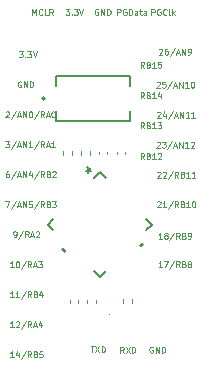
<source format=gbr>
%TF.GenerationSoftware,KiCad,Pcbnew,8.0.6*%
%TF.CreationDate,2024-11-24T13:18:03-08:00*%
%TF.ProjectId,pic32_breakout,70696333-325f-4627-9265-616b6f75742e,rev?*%
%TF.SameCoordinates,Original*%
%TF.FileFunction,Legend,Top*%
%TF.FilePolarity,Positive*%
%FSLAX46Y46*%
G04 Gerber Fmt 4.6, Leading zero omitted, Abs format (unit mm)*
G04 Created by KiCad (PCBNEW 8.0.6) date 2024-11-24 13:18:03*
%MOMM*%
%LPD*%
G01*
G04 APERTURE LIST*
%ADD10C,0.100000*%
%ADD11C,0.150000*%
%ADD12C,0.120000*%
%ADD13C,0.152400*%
%ADD14C,0.000000*%
G04 APERTURE END LIST*
D10*
X110046150Y-82585209D02*
X109879484Y-82347114D01*
X109760436Y-82585209D02*
X109760436Y-82085209D01*
X109760436Y-82085209D02*
X109950912Y-82085209D01*
X109950912Y-82085209D02*
X109998531Y-82109019D01*
X109998531Y-82109019D02*
X110022341Y-82132828D01*
X110022341Y-82132828D02*
X110046150Y-82180447D01*
X110046150Y-82180447D02*
X110046150Y-82251876D01*
X110046150Y-82251876D02*
X110022341Y-82299495D01*
X110022341Y-82299495D02*
X109998531Y-82323304D01*
X109998531Y-82323304D02*
X109950912Y-82347114D01*
X109950912Y-82347114D02*
X109760436Y-82347114D01*
X110427103Y-82323304D02*
X110498531Y-82347114D01*
X110498531Y-82347114D02*
X110522341Y-82370923D01*
X110522341Y-82370923D02*
X110546150Y-82418542D01*
X110546150Y-82418542D02*
X110546150Y-82489971D01*
X110546150Y-82489971D02*
X110522341Y-82537590D01*
X110522341Y-82537590D02*
X110498531Y-82561400D01*
X110498531Y-82561400D02*
X110450912Y-82585209D01*
X110450912Y-82585209D02*
X110260436Y-82585209D01*
X110260436Y-82585209D02*
X110260436Y-82085209D01*
X110260436Y-82085209D02*
X110427103Y-82085209D01*
X110427103Y-82085209D02*
X110474722Y-82109019D01*
X110474722Y-82109019D02*
X110498531Y-82132828D01*
X110498531Y-82132828D02*
X110522341Y-82180447D01*
X110522341Y-82180447D02*
X110522341Y-82228066D01*
X110522341Y-82228066D02*
X110498531Y-82275685D01*
X110498531Y-82275685D02*
X110474722Y-82299495D01*
X110474722Y-82299495D02*
X110427103Y-82323304D01*
X110427103Y-82323304D02*
X110260436Y-82323304D01*
X111022341Y-82585209D02*
X110736627Y-82585209D01*
X110879484Y-82585209D02*
X110879484Y-82085209D01*
X110879484Y-82085209D02*
X110831865Y-82156638D01*
X110831865Y-82156638D02*
X110784246Y-82204257D01*
X110784246Y-82204257D02*
X110736627Y-82228066D01*
X111212817Y-82132828D02*
X111236626Y-82109019D01*
X111236626Y-82109019D02*
X111284245Y-82085209D01*
X111284245Y-82085209D02*
X111403293Y-82085209D01*
X111403293Y-82085209D02*
X111450912Y-82109019D01*
X111450912Y-82109019D02*
X111474721Y-82132828D01*
X111474721Y-82132828D02*
X111498531Y-82180447D01*
X111498531Y-82180447D02*
X111498531Y-82228066D01*
X111498531Y-82228066D02*
X111474721Y-82299495D01*
X111474721Y-82299495D02*
X111189007Y-82585209D01*
X111189007Y-82585209D02*
X111498531Y-82585209D01*
X110046150Y-79994409D02*
X109879484Y-79756314D01*
X109760436Y-79994409D02*
X109760436Y-79494409D01*
X109760436Y-79494409D02*
X109950912Y-79494409D01*
X109950912Y-79494409D02*
X109998531Y-79518219D01*
X109998531Y-79518219D02*
X110022341Y-79542028D01*
X110022341Y-79542028D02*
X110046150Y-79589647D01*
X110046150Y-79589647D02*
X110046150Y-79661076D01*
X110046150Y-79661076D02*
X110022341Y-79708695D01*
X110022341Y-79708695D02*
X109998531Y-79732504D01*
X109998531Y-79732504D02*
X109950912Y-79756314D01*
X109950912Y-79756314D02*
X109760436Y-79756314D01*
X110427103Y-79732504D02*
X110498531Y-79756314D01*
X110498531Y-79756314D02*
X110522341Y-79780123D01*
X110522341Y-79780123D02*
X110546150Y-79827742D01*
X110546150Y-79827742D02*
X110546150Y-79899171D01*
X110546150Y-79899171D02*
X110522341Y-79946790D01*
X110522341Y-79946790D02*
X110498531Y-79970600D01*
X110498531Y-79970600D02*
X110450912Y-79994409D01*
X110450912Y-79994409D02*
X110260436Y-79994409D01*
X110260436Y-79994409D02*
X110260436Y-79494409D01*
X110260436Y-79494409D02*
X110427103Y-79494409D01*
X110427103Y-79494409D02*
X110474722Y-79518219D01*
X110474722Y-79518219D02*
X110498531Y-79542028D01*
X110498531Y-79542028D02*
X110522341Y-79589647D01*
X110522341Y-79589647D02*
X110522341Y-79637266D01*
X110522341Y-79637266D02*
X110498531Y-79684885D01*
X110498531Y-79684885D02*
X110474722Y-79708695D01*
X110474722Y-79708695D02*
X110427103Y-79732504D01*
X110427103Y-79732504D02*
X110260436Y-79732504D01*
X111022341Y-79994409D02*
X110736627Y-79994409D01*
X110879484Y-79994409D02*
X110879484Y-79494409D01*
X110879484Y-79494409D02*
X110831865Y-79565838D01*
X110831865Y-79565838D02*
X110784246Y-79613457D01*
X110784246Y-79613457D02*
X110736627Y-79637266D01*
X111189007Y-79494409D02*
X111498531Y-79494409D01*
X111498531Y-79494409D02*
X111331864Y-79684885D01*
X111331864Y-79684885D02*
X111403293Y-79684885D01*
X111403293Y-79684885D02*
X111450912Y-79708695D01*
X111450912Y-79708695D02*
X111474721Y-79732504D01*
X111474721Y-79732504D02*
X111498531Y-79780123D01*
X111498531Y-79780123D02*
X111498531Y-79899171D01*
X111498531Y-79899171D02*
X111474721Y-79946790D01*
X111474721Y-79946790D02*
X111450912Y-79970600D01*
X111450912Y-79970600D02*
X111403293Y-79994409D01*
X111403293Y-79994409D02*
X111260436Y-79994409D01*
X111260436Y-79994409D02*
X111212817Y-79970600D01*
X111212817Y-79970600D02*
X111189007Y-79946790D01*
X110046150Y-77454409D02*
X109879484Y-77216314D01*
X109760436Y-77454409D02*
X109760436Y-76954409D01*
X109760436Y-76954409D02*
X109950912Y-76954409D01*
X109950912Y-76954409D02*
X109998531Y-76978219D01*
X109998531Y-76978219D02*
X110022341Y-77002028D01*
X110022341Y-77002028D02*
X110046150Y-77049647D01*
X110046150Y-77049647D02*
X110046150Y-77121076D01*
X110046150Y-77121076D02*
X110022341Y-77168695D01*
X110022341Y-77168695D02*
X109998531Y-77192504D01*
X109998531Y-77192504D02*
X109950912Y-77216314D01*
X109950912Y-77216314D02*
X109760436Y-77216314D01*
X110427103Y-77192504D02*
X110498531Y-77216314D01*
X110498531Y-77216314D02*
X110522341Y-77240123D01*
X110522341Y-77240123D02*
X110546150Y-77287742D01*
X110546150Y-77287742D02*
X110546150Y-77359171D01*
X110546150Y-77359171D02*
X110522341Y-77406790D01*
X110522341Y-77406790D02*
X110498531Y-77430600D01*
X110498531Y-77430600D02*
X110450912Y-77454409D01*
X110450912Y-77454409D02*
X110260436Y-77454409D01*
X110260436Y-77454409D02*
X110260436Y-76954409D01*
X110260436Y-76954409D02*
X110427103Y-76954409D01*
X110427103Y-76954409D02*
X110474722Y-76978219D01*
X110474722Y-76978219D02*
X110498531Y-77002028D01*
X110498531Y-77002028D02*
X110522341Y-77049647D01*
X110522341Y-77049647D02*
X110522341Y-77097266D01*
X110522341Y-77097266D02*
X110498531Y-77144885D01*
X110498531Y-77144885D02*
X110474722Y-77168695D01*
X110474722Y-77168695D02*
X110427103Y-77192504D01*
X110427103Y-77192504D02*
X110260436Y-77192504D01*
X111022341Y-77454409D02*
X110736627Y-77454409D01*
X110879484Y-77454409D02*
X110879484Y-76954409D01*
X110879484Y-76954409D02*
X110831865Y-77025838D01*
X110831865Y-77025838D02*
X110784246Y-77073457D01*
X110784246Y-77073457D02*
X110736627Y-77097266D01*
X111450912Y-77121076D02*
X111450912Y-77454409D01*
X111331864Y-76930600D02*
X111212817Y-77287742D01*
X111212817Y-77287742D02*
X111522340Y-77287742D01*
X110046150Y-74863609D02*
X109879484Y-74625514D01*
X109760436Y-74863609D02*
X109760436Y-74363609D01*
X109760436Y-74363609D02*
X109950912Y-74363609D01*
X109950912Y-74363609D02*
X109998531Y-74387419D01*
X109998531Y-74387419D02*
X110022341Y-74411228D01*
X110022341Y-74411228D02*
X110046150Y-74458847D01*
X110046150Y-74458847D02*
X110046150Y-74530276D01*
X110046150Y-74530276D02*
X110022341Y-74577895D01*
X110022341Y-74577895D02*
X109998531Y-74601704D01*
X109998531Y-74601704D02*
X109950912Y-74625514D01*
X109950912Y-74625514D02*
X109760436Y-74625514D01*
X110427103Y-74601704D02*
X110498531Y-74625514D01*
X110498531Y-74625514D02*
X110522341Y-74649323D01*
X110522341Y-74649323D02*
X110546150Y-74696942D01*
X110546150Y-74696942D02*
X110546150Y-74768371D01*
X110546150Y-74768371D02*
X110522341Y-74815990D01*
X110522341Y-74815990D02*
X110498531Y-74839800D01*
X110498531Y-74839800D02*
X110450912Y-74863609D01*
X110450912Y-74863609D02*
X110260436Y-74863609D01*
X110260436Y-74863609D02*
X110260436Y-74363609D01*
X110260436Y-74363609D02*
X110427103Y-74363609D01*
X110427103Y-74363609D02*
X110474722Y-74387419D01*
X110474722Y-74387419D02*
X110498531Y-74411228D01*
X110498531Y-74411228D02*
X110522341Y-74458847D01*
X110522341Y-74458847D02*
X110522341Y-74506466D01*
X110522341Y-74506466D02*
X110498531Y-74554085D01*
X110498531Y-74554085D02*
X110474722Y-74577895D01*
X110474722Y-74577895D02*
X110427103Y-74601704D01*
X110427103Y-74601704D02*
X110260436Y-74601704D01*
X111022341Y-74863609D02*
X110736627Y-74863609D01*
X110879484Y-74863609D02*
X110879484Y-74363609D01*
X110879484Y-74363609D02*
X110831865Y-74435038D01*
X110831865Y-74435038D02*
X110784246Y-74482657D01*
X110784246Y-74482657D02*
X110736627Y-74506466D01*
X111474721Y-74363609D02*
X111236626Y-74363609D01*
X111236626Y-74363609D02*
X111212817Y-74601704D01*
X111212817Y-74601704D02*
X111236626Y-74577895D01*
X111236626Y-74577895D02*
X111284245Y-74554085D01*
X111284245Y-74554085D02*
X111403293Y-74554085D01*
X111403293Y-74554085D02*
X111450912Y-74577895D01*
X111450912Y-74577895D02*
X111474721Y-74601704D01*
X111474721Y-74601704D02*
X111498531Y-74649323D01*
X111498531Y-74649323D02*
X111498531Y-74768371D01*
X111498531Y-74768371D02*
X111474721Y-74815990D01*
X111474721Y-74815990D02*
X111450912Y-74839800D01*
X111450912Y-74839800D02*
X111403293Y-74863609D01*
X111403293Y-74863609D02*
X111284245Y-74863609D01*
X111284245Y-74863609D02*
X111236626Y-74839800D01*
X111236626Y-74839800D02*
X111212817Y-74815990D01*
X110784341Y-98517419D02*
X110736722Y-98493609D01*
X110736722Y-98493609D02*
X110665293Y-98493609D01*
X110665293Y-98493609D02*
X110593865Y-98517419D01*
X110593865Y-98517419D02*
X110546246Y-98565038D01*
X110546246Y-98565038D02*
X110522436Y-98612657D01*
X110522436Y-98612657D02*
X110498627Y-98707895D01*
X110498627Y-98707895D02*
X110498627Y-98779323D01*
X110498627Y-98779323D02*
X110522436Y-98874561D01*
X110522436Y-98874561D02*
X110546246Y-98922180D01*
X110546246Y-98922180D02*
X110593865Y-98969800D01*
X110593865Y-98969800D02*
X110665293Y-98993609D01*
X110665293Y-98993609D02*
X110712912Y-98993609D01*
X110712912Y-98993609D02*
X110784341Y-98969800D01*
X110784341Y-98969800D02*
X110808150Y-98945990D01*
X110808150Y-98945990D02*
X110808150Y-98779323D01*
X110808150Y-98779323D02*
X110712912Y-98779323D01*
X111022436Y-98993609D02*
X111022436Y-98493609D01*
X111022436Y-98493609D02*
X111308150Y-98993609D01*
X111308150Y-98993609D02*
X111308150Y-98493609D01*
X111546246Y-98993609D02*
X111546246Y-98493609D01*
X111546246Y-98493609D02*
X111665294Y-98493609D01*
X111665294Y-98493609D02*
X111736722Y-98517419D01*
X111736722Y-98517419D02*
X111784341Y-98565038D01*
X111784341Y-98565038D02*
X111808151Y-98612657D01*
X111808151Y-98612657D02*
X111831960Y-98707895D01*
X111831960Y-98707895D02*
X111831960Y-98779323D01*
X111831960Y-98779323D02*
X111808151Y-98874561D01*
X111808151Y-98874561D02*
X111784341Y-98922180D01*
X111784341Y-98922180D02*
X111736722Y-98969800D01*
X111736722Y-98969800D02*
X111665294Y-98993609D01*
X111665294Y-98993609D02*
X111546246Y-98993609D01*
X108318950Y-98993609D02*
X108152284Y-98755514D01*
X108033236Y-98993609D02*
X108033236Y-98493609D01*
X108033236Y-98493609D02*
X108223712Y-98493609D01*
X108223712Y-98493609D02*
X108271331Y-98517419D01*
X108271331Y-98517419D02*
X108295141Y-98541228D01*
X108295141Y-98541228D02*
X108318950Y-98588847D01*
X108318950Y-98588847D02*
X108318950Y-98660276D01*
X108318950Y-98660276D02*
X108295141Y-98707895D01*
X108295141Y-98707895D02*
X108271331Y-98731704D01*
X108271331Y-98731704D02*
X108223712Y-98755514D01*
X108223712Y-98755514D02*
X108033236Y-98755514D01*
X108485617Y-98493609D02*
X108818950Y-98993609D01*
X108818950Y-98493609D02*
X108485617Y-98993609D01*
X109009426Y-98993609D02*
X109009426Y-98493609D01*
X109009426Y-98493609D02*
X109128474Y-98493609D01*
X109128474Y-98493609D02*
X109199902Y-98517419D01*
X109199902Y-98517419D02*
X109247521Y-98565038D01*
X109247521Y-98565038D02*
X109271331Y-98612657D01*
X109271331Y-98612657D02*
X109295140Y-98707895D01*
X109295140Y-98707895D02*
X109295140Y-98779323D01*
X109295140Y-98779323D02*
X109271331Y-98874561D01*
X109271331Y-98874561D02*
X109247521Y-98922180D01*
X109247521Y-98922180D02*
X109199902Y-98969800D01*
X109199902Y-98969800D02*
X109128474Y-98993609D01*
X109128474Y-98993609D02*
X109009426Y-98993609D01*
X105523408Y-98442809D02*
X105809122Y-98442809D01*
X105666265Y-98942809D02*
X105666265Y-98442809D01*
X105928169Y-98442809D02*
X106261502Y-98942809D01*
X106261502Y-98442809D02*
X105928169Y-98942809D01*
X106451978Y-98942809D02*
X106451978Y-98442809D01*
X106451978Y-98442809D02*
X106571026Y-98442809D01*
X106571026Y-98442809D02*
X106642454Y-98466619D01*
X106642454Y-98466619D02*
X106690073Y-98514238D01*
X106690073Y-98514238D02*
X106713883Y-98561857D01*
X106713883Y-98561857D02*
X106737692Y-98657095D01*
X106737692Y-98657095D02*
X106737692Y-98728523D01*
X106737692Y-98728523D02*
X106713883Y-98823761D01*
X106713883Y-98823761D02*
X106690073Y-98871380D01*
X106690073Y-98871380D02*
X106642454Y-98919000D01*
X106642454Y-98919000D02*
X106571026Y-98942809D01*
X106571026Y-98942809D02*
X106451978Y-98942809D01*
X100565636Y-70393209D02*
X100565636Y-69893209D01*
X100565636Y-69893209D02*
X100732303Y-70250352D01*
X100732303Y-70250352D02*
X100898969Y-69893209D01*
X100898969Y-69893209D02*
X100898969Y-70393209D01*
X101422779Y-70345590D02*
X101398970Y-70369400D01*
X101398970Y-70369400D02*
X101327541Y-70393209D01*
X101327541Y-70393209D02*
X101279922Y-70393209D01*
X101279922Y-70393209D02*
X101208494Y-70369400D01*
X101208494Y-70369400D02*
X101160875Y-70321780D01*
X101160875Y-70321780D02*
X101137065Y-70274161D01*
X101137065Y-70274161D02*
X101113256Y-70178923D01*
X101113256Y-70178923D02*
X101113256Y-70107495D01*
X101113256Y-70107495D02*
X101137065Y-70012257D01*
X101137065Y-70012257D02*
X101160875Y-69964638D01*
X101160875Y-69964638D02*
X101208494Y-69917019D01*
X101208494Y-69917019D02*
X101279922Y-69893209D01*
X101279922Y-69893209D02*
X101327541Y-69893209D01*
X101327541Y-69893209D02*
X101398970Y-69917019D01*
X101398970Y-69917019D02*
X101422779Y-69940828D01*
X101875160Y-70393209D02*
X101637065Y-70393209D01*
X101637065Y-70393209D02*
X101637065Y-69893209D01*
X102327541Y-70393209D02*
X102160875Y-70155114D01*
X102041827Y-70393209D02*
X102041827Y-69893209D01*
X102041827Y-69893209D02*
X102232303Y-69893209D01*
X102232303Y-69893209D02*
X102279922Y-69917019D01*
X102279922Y-69917019D02*
X102303732Y-69940828D01*
X102303732Y-69940828D02*
X102327541Y-69988447D01*
X102327541Y-69988447D02*
X102327541Y-70059876D01*
X102327541Y-70059876D02*
X102303732Y-70107495D01*
X102303732Y-70107495D02*
X102279922Y-70131304D01*
X102279922Y-70131304D02*
X102232303Y-70155114D01*
X102232303Y-70155114D02*
X102041827Y-70155114D01*
X110674836Y-70393209D02*
X110674836Y-69893209D01*
X110674836Y-69893209D02*
X110865312Y-69893209D01*
X110865312Y-69893209D02*
X110912931Y-69917019D01*
X110912931Y-69917019D02*
X110936741Y-69940828D01*
X110936741Y-69940828D02*
X110960550Y-69988447D01*
X110960550Y-69988447D02*
X110960550Y-70059876D01*
X110960550Y-70059876D02*
X110936741Y-70107495D01*
X110936741Y-70107495D02*
X110912931Y-70131304D01*
X110912931Y-70131304D02*
X110865312Y-70155114D01*
X110865312Y-70155114D02*
X110674836Y-70155114D01*
X111436741Y-69917019D02*
X111389122Y-69893209D01*
X111389122Y-69893209D02*
X111317693Y-69893209D01*
X111317693Y-69893209D02*
X111246265Y-69917019D01*
X111246265Y-69917019D02*
X111198646Y-69964638D01*
X111198646Y-69964638D02*
X111174836Y-70012257D01*
X111174836Y-70012257D02*
X111151027Y-70107495D01*
X111151027Y-70107495D02*
X111151027Y-70178923D01*
X111151027Y-70178923D02*
X111174836Y-70274161D01*
X111174836Y-70274161D02*
X111198646Y-70321780D01*
X111198646Y-70321780D02*
X111246265Y-70369400D01*
X111246265Y-70369400D02*
X111317693Y-70393209D01*
X111317693Y-70393209D02*
X111365312Y-70393209D01*
X111365312Y-70393209D02*
X111436741Y-70369400D01*
X111436741Y-70369400D02*
X111460550Y-70345590D01*
X111460550Y-70345590D02*
X111460550Y-70178923D01*
X111460550Y-70178923D02*
X111365312Y-70178923D01*
X111960550Y-70345590D02*
X111936741Y-70369400D01*
X111936741Y-70369400D02*
X111865312Y-70393209D01*
X111865312Y-70393209D02*
X111817693Y-70393209D01*
X111817693Y-70393209D02*
X111746265Y-70369400D01*
X111746265Y-70369400D02*
X111698646Y-70321780D01*
X111698646Y-70321780D02*
X111674836Y-70274161D01*
X111674836Y-70274161D02*
X111651027Y-70178923D01*
X111651027Y-70178923D02*
X111651027Y-70107495D01*
X111651027Y-70107495D02*
X111674836Y-70012257D01*
X111674836Y-70012257D02*
X111698646Y-69964638D01*
X111698646Y-69964638D02*
X111746265Y-69917019D01*
X111746265Y-69917019D02*
X111817693Y-69893209D01*
X111817693Y-69893209D02*
X111865312Y-69893209D01*
X111865312Y-69893209D02*
X111936741Y-69917019D01*
X111936741Y-69917019D02*
X111960550Y-69940828D01*
X112246265Y-70393209D02*
X112198646Y-70369400D01*
X112198646Y-70369400D02*
X112174836Y-70321780D01*
X112174836Y-70321780D02*
X112174836Y-69893209D01*
X112436741Y-70393209D02*
X112436741Y-69893209D01*
X112484360Y-70202733D02*
X112627217Y-70393209D01*
X112627217Y-70059876D02*
X112436741Y-70250352D01*
X107779236Y-70393209D02*
X107779236Y-69893209D01*
X107779236Y-69893209D02*
X107969712Y-69893209D01*
X107969712Y-69893209D02*
X108017331Y-69917019D01*
X108017331Y-69917019D02*
X108041141Y-69940828D01*
X108041141Y-69940828D02*
X108064950Y-69988447D01*
X108064950Y-69988447D02*
X108064950Y-70059876D01*
X108064950Y-70059876D02*
X108041141Y-70107495D01*
X108041141Y-70107495D02*
X108017331Y-70131304D01*
X108017331Y-70131304D02*
X107969712Y-70155114D01*
X107969712Y-70155114D02*
X107779236Y-70155114D01*
X108541141Y-69917019D02*
X108493522Y-69893209D01*
X108493522Y-69893209D02*
X108422093Y-69893209D01*
X108422093Y-69893209D02*
X108350665Y-69917019D01*
X108350665Y-69917019D02*
X108303046Y-69964638D01*
X108303046Y-69964638D02*
X108279236Y-70012257D01*
X108279236Y-70012257D02*
X108255427Y-70107495D01*
X108255427Y-70107495D02*
X108255427Y-70178923D01*
X108255427Y-70178923D02*
X108279236Y-70274161D01*
X108279236Y-70274161D02*
X108303046Y-70321780D01*
X108303046Y-70321780D02*
X108350665Y-70369400D01*
X108350665Y-70369400D02*
X108422093Y-70393209D01*
X108422093Y-70393209D02*
X108469712Y-70393209D01*
X108469712Y-70393209D02*
X108541141Y-70369400D01*
X108541141Y-70369400D02*
X108564950Y-70345590D01*
X108564950Y-70345590D02*
X108564950Y-70178923D01*
X108564950Y-70178923D02*
X108469712Y-70178923D01*
X108779236Y-70393209D02*
X108779236Y-69893209D01*
X108779236Y-69893209D02*
X108898284Y-69893209D01*
X108898284Y-69893209D02*
X108969712Y-69917019D01*
X108969712Y-69917019D02*
X109017331Y-69964638D01*
X109017331Y-69964638D02*
X109041141Y-70012257D01*
X109041141Y-70012257D02*
X109064950Y-70107495D01*
X109064950Y-70107495D02*
X109064950Y-70178923D01*
X109064950Y-70178923D02*
X109041141Y-70274161D01*
X109041141Y-70274161D02*
X109017331Y-70321780D01*
X109017331Y-70321780D02*
X108969712Y-70369400D01*
X108969712Y-70369400D02*
X108898284Y-70393209D01*
X108898284Y-70393209D02*
X108779236Y-70393209D01*
X109493522Y-70393209D02*
X109493522Y-70131304D01*
X109493522Y-70131304D02*
X109469712Y-70083685D01*
X109469712Y-70083685D02*
X109422093Y-70059876D01*
X109422093Y-70059876D02*
X109326855Y-70059876D01*
X109326855Y-70059876D02*
X109279236Y-70083685D01*
X109493522Y-70369400D02*
X109445903Y-70393209D01*
X109445903Y-70393209D02*
X109326855Y-70393209D01*
X109326855Y-70393209D02*
X109279236Y-70369400D01*
X109279236Y-70369400D02*
X109255427Y-70321780D01*
X109255427Y-70321780D02*
X109255427Y-70274161D01*
X109255427Y-70274161D02*
X109279236Y-70226542D01*
X109279236Y-70226542D02*
X109326855Y-70202733D01*
X109326855Y-70202733D02*
X109445903Y-70202733D01*
X109445903Y-70202733D02*
X109493522Y-70178923D01*
X109660189Y-70059876D02*
X109850665Y-70059876D01*
X109731617Y-69893209D02*
X109731617Y-70321780D01*
X109731617Y-70321780D02*
X109755427Y-70369400D01*
X109755427Y-70369400D02*
X109803046Y-70393209D01*
X109803046Y-70393209D02*
X109850665Y-70393209D01*
X110231617Y-70393209D02*
X110231617Y-70131304D01*
X110231617Y-70131304D02*
X110207807Y-70083685D01*
X110207807Y-70083685D02*
X110160188Y-70059876D01*
X110160188Y-70059876D02*
X110064950Y-70059876D01*
X110064950Y-70059876D02*
X110017331Y-70083685D01*
X110231617Y-70369400D02*
X110183998Y-70393209D01*
X110183998Y-70393209D02*
X110064950Y-70393209D01*
X110064950Y-70393209D02*
X110017331Y-70369400D01*
X110017331Y-70369400D02*
X109993522Y-70321780D01*
X109993522Y-70321780D02*
X109993522Y-70274161D01*
X109993522Y-70274161D02*
X110017331Y-70226542D01*
X110017331Y-70226542D02*
X110064950Y-70202733D01*
X110064950Y-70202733D02*
X110183998Y-70202733D01*
X110183998Y-70202733D02*
X110231617Y-70178923D01*
X106161541Y-69917019D02*
X106113922Y-69893209D01*
X106113922Y-69893209D02*
X106042493Y-69893209D01*
X106042493Y-69893209D02*
X105971065Y-69917019D01*
X105971065Y-69917019D02*
X105923446Y-69964638D01*
X105923446Y-69964638D02*
X105899636Y-70012257D01*
X105899636Y-70012257D02*
X105875827Y-70107495D01*
X105875827Y-70107495D02*
X105875827Y-70178923D01*
X105875827Y-70178923D02*
X105899636Y-70274161D01*
X105899636Y-70274161D02*
X105923446Y-70321780D01*
X105923446Y-70321780D02*
X105971065Y-70369400D01*
X105971065Y-70369400D02*
X106042493Y-70393209D01*
X106042493Y-70393209D02*
X106090112Y-70393209D01*
X106090112Y-70393209D02*
X106161541Y-70369400D01*
X106161541Y-70369400D02*
X106185350Y-70345590D01*
X106185350Y-70345590D02*
X106185350Y-70178923D01*
X106185350Y-70178923D02*
X106090112Y-70178923D01*
X106399636Y-70393209D02*
X106399636Y-69893209D01*
X106399636Y-69893209D02*
X106685350Y-70393209D01*
X106685350Y-70393209D02*
X106685350Y-69893209D01*
X106923446Y-70393209D02*
X106923446Y-69893209D01*
X106923446Y-69893209D02*
X107042494Y-69893209D01*
X107042494Y-69893209D02*
X107113922Y-69917019D01*
X107113922Y-69917019D02*
X107161541Y-69964638D01*
X107161541Y-69964638D02*
X107185351Y-70012257D01*
X107185351Y-70012257D02*
X107209160Y-70107495D01*
X107209160Y-70107495D02*
X107209160Y-70178923D01*
X107209160Y-70178923D02*
X107185351Y-70274161D01*
X107185351Y-70274161D02*
X107161541Y-70321780D01*
X107161541Y-70321780D02*
X107113922Y-70369400D01*
X107113922Y-70369400D02*
X107042494Y-70393209D01*
X107042494Y-70393209D02*
X106923446Y-70393209D01*
X103413617Y-69893209D02*
X103723141Y-69893209D01*
X103723141Y-69893209D02*
X103556474Y-70083685D01*
X103556474Y-70083685D02*
X103627903Y-70083685D01*
X103627903Y-70083685D02*
X103675522Y-70107495D01*
X103675522Y-70107495D02*
X103699331Y-70131304D01*
X103699331Y-70131304D02*
X103723141Y-70178923D01*
X103723141Y-70178923D02*
X103723141Y-70297971D01*
X103723141Y-70297971D02*
X103699331Y-70345590D01*
X103699331Y-70345590D02*
X103675522Y-70369400D01*
X103675522Y-70369400D02*
X103627903Y-70393209D01*
X103627903Y-70393209D02*
X103485046Y-70393209D01*
X103485046Y-70393209D02*
X103437427Y-70369400D01*
X103437427Y-70369400D02*
X103413617Y-70345590D01*
X103937426Y-70345590D02*
X103961236Y-70369400D01*
X103961236Y-70369400D02*
X103937426Y-70393209D01*
X103937426Y-70393209D02*
X103913617Y-70369400D01*
X103913617Y-70369400D02*
X103937426Y-70345590D01*
X103937426Y-70345590D02*
X103937426Y-70393209D01*
X104127902Y-69893209D02*
X104437426Y-69893209D01*
X104437426Y-69893209D02*
X104270759Y-70083685D01*
X104270759Y-70083685D02*
X104342188Y-70083685D01*
X104342188Y-70083685D02*
X104389807Y-70107495D01*
X104389807Y-70107495D02*
X104413616Y-70131304D01*
X104413616Y-70131304D02*
X104437426Y-70178923D01*
X104437426Y-70178923D02*
X104437426Y-70297971D01*
X104437426Y-70297971D02*
X104413616Y-70345590D01*
X104413616Y-70345590D02*
X104389807Y-70369400D01*
X104389807Y-70369400D02*
X104342188Y-70393209D01*
X104342188Y-70393209D02*
X104199331Y-70393209D01*
X104199331Y-70393209D02*
X104151712Y-70369400D01*
X104151712Y-70369400D02*
X104127902Y-70345590D01*
X104580283Y-69893209D02*
X104746949Y-70393209D01*
X104746949Y-70393209D02*
X104913616Y-69893209D01*
X111571741Y-91754609D02*
X111286027Y-91754609D01*
X111428884Y-91754609D02*
X111428884Y-91254609D01*
X111428884Y-91254609D02*
X111381265Y-91326038D01*
X111381265Y-91326038D02*
X111333646Y-91373657D01*
X111333646Y-91373657D02*
X111286027Y-91397466D01*
X111738407Y-91254609D02*
X112071740Y-91254609D01*
X112071740Y-91254609D02*
X111857455Y-91754609D01*
X112619359Y-91230800D02*
X112190788Y-91873657D01*
X113071740Y-91754609D02*
X112905074Y-91516514D01*
X112786026Y-91754609D02*
X112786026Y-91254609D01*
X112786026Y-91254609D02*
X112976502Y-91254609D01*
X112976502Y-91254609D02*
X113024121Y-91278419D01*
X113024121Y-91278419D02*
X113047931Y-91302228D01*
X113047931Y-91302228D02*
X113071740Y-91349847D01*
X113071740Y-91349847D02*
X113071740Y-91421276D01*
X113071740Y-91421276D02*
X113047931Y-91468895D01*
X113047931Y-91468895D02*
X113024121Y-91492704D01*
X113024121Y-91492704D02*
X112976502Y-91516514D01*
X112976502Y-91516514D02*
X112786026Y-91516514D01*
X113452693Y-91492704D02*
X113524121Y-91516514D01*
X113524121Y-91516514D02*
X113547931Y-91540323D01*
X113547931Y-91540323D02*
X113571740Y-91587942D01*
X113571740Y-91587942D02*
X113571740Y-91659371D01*
X113571740Y-91659371D02*
X113547931Y-91706990D01*
X113547931Y-91706990D02*
X113524121Y-91730800D01*
X113524121Y-91730800D02*
X113476502Y-91754609D01*
X113476502Y-91754609D02*
X113286026Y-91754609D01*
X113286026Y-91754609D02*
X113286026Y-91254609D01*
X113286026Y-91254609D02*
X113452693Y-91254609D01*
X113452693Y-91254609D02*
X113500312Y-91278419D01*
X113500312Y-91278419D02*
X113524121Y-91302228D01*
X113524121Y-91302228D02*
X113547931Y-91349847D01*
X113547931Y-91349847D02*
X113547931Y-91397466D01*
X113547931Y-91397466D02*
X113524121Y-91445085D01*
X113524121Y-91445085D02*
X113500312Y-91468895D01*
X113500312Y-91468895D02*
X113452693Y-91492704D01*
X113452693Y-91492704D02*
X113286026Y-91492704D01*
X113857455Y-91468895D02*
X113809836Y-91445085D01*
X113809836Y-91445085D02*
X113786026Y-91421276D01*
X113786026Y-91421276D02*
X113762217Y-91373657D01*
X113762217Y-91373657D02*
X113762217Y-91349847D01*
X113762217Y-91349847D02*
X113786026Y-91302228D01*
X113786026Y-91302228D02*
X113809836Y-91278419D01*
X113809836Y-91278419D02*
X113857455Y-91254609D01*
X113857455Y-91254609D02*
X113952693Y-91254609D01*
X113952693Y-91254609D02*
X114000312Y-91278419D01*
X114000312Y-91278419D02*
X114024121Y-91302228D01*
X114024121Y-91302228D02*
X114047931Y-91349847D01*
X114047931Y-91349847D02*
X114047931Y-91373657D01*
X114047931Y-91373657D02*
X114024121Y-91421276D01*
X114024121Y-91421276D02*
X114000312Y-91445085D01*
X114000312Y-91445085D02*
X113952693Y-91468895D01*
X113952693Y-91468895D02*
X113857455Y-91468895D01*
X113857455Y-91468895D02*
X113809836Y-91492704D01*
X113809836Y-91492704D02*
X113786026Y-91516514D01*
X113786026Y-91516514D02*
X113762217Y-91564133D01*
X113762217Y-91564133D02*
X113762217Y-91659371D01*
X113762217Y-91659371D02*
X113786026Y-91706990D01*
X113786026Y-91706990D02*
X113809836Y-91730800D01*
X113809836Y-91730800D02*
X113857455Y-91754609D01*
X113857455Y-91754609D02*
X113952693Y-91754609D01*
X113952693Y-91754609D02*
X114000312Y-91730800D01*
X114000312Y-91730800D02*
X114024121Y-91706990D01*
X114024121Y-91706990D02*
X114047931Y-91659371D01*
X114047931Y-91659371D02*
X114047931Y-91564133D01*
X114047931Y-91564133D02*
X114024121Y-91516514D01*
X114024121Y-91516514D02*
X114000312Y-91492704D01*
X114000312Y-91492704D02*
X113952693Y-91468895D01*
X111571741Y-89341609D02*
X111286027Y-89341609D01*
X111428884Y-89341609D02*
X111428884Y-88841609D01*
X111428884Y-88841609D02*
X111381265Y-88913038D01*
X111381265Y-88913038D02*
X111333646Y-88960657D01*
X111333646Y-88960657D02*
X111286027Y-88984466D01*
X111857455Y-89055895D02*
X111809836Y-89032085D01*
X111809836Y-89032085D02*
X111786026Y-89008276D01*
X111786026Y-89008276D02*
X111762217Y-88960657D01*
X111762217Y-88960657D02*
X111762217Y-88936847D01*
X111762217Y-88936847D02*
X111786026Y-88889228D01*
X111786026Y-88889228D02*
X111809836Y-88865419D01*
X111809836Y-88865419D02*
X111857455Y-88841609D01*
X111857455Y-88841609D02*
X111952693Y-88841609D01*
X111952693Y-88841609D02*
X112000312Y-88865419D01*
X112000312Y-88865419D02*
X112024121Y-88889228D01*
X112024121Y-88889228D02*
X112047931Y-88936847D01*
X112047931Y-88936847D02*
X112047931Y-88960657D01*
X112047931Y-88960657D02*
X112024121Y-89008276D01*
X112024121Y-89008276D02*
X112000312Y-89032085D01*
X112000312Y-89032085D02*
X111952693Y-89055895D01*
X111952693Y-89055895D02*
X111857455Y-89055895D01*
X111857455Y-89055895D02*
X111809836Y-89079704D01*
X111809836Y-89079704D02*
X111786026Y-89103514D01*
X111786026Y-89103514D02*
X111762217Y-89151133D01*
X111762217Y-89151133D02*
X111762217Y-89246371D01*
X111762217Y-89246371D02*
X111786026Y-89293990D01*
X111786026Y-89293990D02*
X111809836Y-89317800D01*
X111809836Y-89317800D02*
X111857455Y-89341609D01*
X111857455Y-89341609D02*
X111952693Y-89341609D01*
X111952693Y-89341609D02*
X112000312Y-89317800D01*
X112000312Y-89317800D02*
X112024121Y-89293990D01*
X112024121Y-89293990D02*
X112047931Y-89246371D01*
X112047931Y-89246371D02*
X112047931Y-89151133D01*
X112047931Y-89151133D02*
X112024121Y-89103514D01*
X112024121Y-89103514D02*
X112000312Y-89079704D01*
X112000312Y-89079704D02*
X111952693Y-89055895D01*
X112619359Y-88817800D02*
X112190788Y-89460657D01*
X113071740Y-89341609D02*
X112905074Y-89103514D01*
X112786026Y-89341609D02*
X112786026Y-88841609D01*
X112786026Y-88841609D02*
X112976502Y-88841609D01*
X112976502Y-88841609D02*
X113024121Y-88865419D01*
X113024121Y-88865419D02*
X113047931Y-88889228D01*
X113047931Y-88889228D02*
X113071740Y-88936847D01*
X113071740Y-88936847D02*
X113071740Y-89008276D01*
X113071740Y-89008276D02*
X113047931Y-89055895D01*
X113047931Y-89055895D02*
X113024121Y-89079704D01*
X113024121Y-89079704D02*
X112976502Y-89103514D01*
X112976502Y-89103514D02*
X112786026Y-89103514D01*
X113452693Y-89079704D02*
X113524121Y-89103514D01*
X113524121Y-89103514D02*
X113547931Y-89127323D01*
X113547931Y-89127323D02*
X113571740Y-89174942D01*
X113571740Y-89174942D02*
X113571740Y-89246371D01*
X113571740Y-89246371D02*
X113547931Y-89293990D01*
X113547931Y-89293990D02*
X113524121Y-89317800D01*
X113524121Y-89317800D02*
X113476502Y-89341609D01*
X113476502Y-89341609D02*
X113286026Y-89341609D01*
X113286026Y-89341609D02*
X113286026Y-88841609D01*
X113286026Y-88841609D02*
X113452693Y-88841609D01*
X113452693Y-88841609D02*
X113500312Y-88865419D01*
X113500312Y-88865419D02*
X113524121Y-88889228D01*
X113524121Y-88889228D02*
X113547931Y-88936847D01*
X113547931Y-88936847D02*
X113547931Y-88984466D01*
X113547931Y-88984466D02*
X113524121Y-89032085D01*
X113524121Y-89032085D02*
X113500312Y-89055895D01*
X113500312Y-89055895D02*
X113452693Y-89079704D01*
X113452693Y-89079704D02*
X113286026Y-89079704D01*
X113809836Y-89341609D02*
X113905074Y-89341609D01*
X113905074Y-89341609D02*
X113952693Y-89317800D01*
X113952693Y-89317800D02*
X113976502Y-89293990D01*
X113976502Y-89293990D02*
X114024121Y-89222561D01*
X114024121Y-89222561D02*
X114047931Y-89127323D01*
X114047931Y-89127323D02*
X114047931Y-88936847D01*
X114047931Y-88936847D02*
X114024121Y-88889228D01*
X114024121Y-88889228D02*
X114000312Y-88865419D01*
X114000312Y-88865419D02*
X113952693Y-88841609D01*
X113952693Y-88841609D02*
X113857455Y-88841609D01*
X113857455Y-88841609D02*
X113809836Y-88865419D01*
X113809836Y-88865419D02*
X113786026Y-88889228D01*
X113786026Y-88889228D02*
X113762217Y-88936847D01*
X113762217Y-88936847D02*
X113762217Y-89055895D01*
X113762217Y-89055895D02*
X113786026Y-89103514D01*
X113786026Y-89103514D02*
X113809836Y-89127323D01*
X113809836Y-89127323D02*
X113857455Y-89151133D01*
X113857455Y-89151133D02*
X113952693Y-89151133D01*
X113952693Y-89151133D02*
X114000312Y-89127323D01*
X114000312Y-89127323D02*
X114024121Y-89103514D01*
X114024121Y-89103514D02*
X114047931Y-89055895D01*
X111159027Y-86222228D02*
X111182836Y-86198419D01*
X111182836Y-86198419D02*
X111230455Y-86174609D01*
X111230455Y-86174609D02*
X111349503Y-86174609D01*
X111349503Y-86174609D02*
X111397122Y-86198419D01*
X111397122Y-86198419D02*
X111420931Y-86222228D01*
X111420931Y-86222228D02*
X111444741Y-86269847D01*
X111444741Y-86269847D02*
X111444741Y-86317466D01*
X111444741Y-86317466D02*
X111420931Y-86388895D01*
X111420931Y-86388895D02*
X111135217Y-86674609D01*
X111135217Y-86674609D02*
X111444741Y-86674609D01*
X111920931Y-86674609D02*
X111635217Y-86674609D01*
X111778074Y-86674609D02*
X111778074Y-86174609D01*
X111778074Y-86174609D02*
X111730455Y-86246038D01*
X111730455Y-86246038D02*
X111682836Y-86293657D01*
X111682836Y-86293657D02*
X111635217Y-86317466D01*
X112492359Y-86150800D02*
X112063788Y-86793657D01*
X112944740Y-86674609D02*
X112778074Y-86436514D01*
X112659026Y-86674609D02*
X112659026Y-86174609D01*
X112659026Y-86174609D02*
X112849502Y-86174609D01*
X112849502Y-86174609D02*
X112897121Y-86198419D01*
X112897121Y-86198419D02*
X112920931Y-86222228D01*
X112920931Y-86222228D02*
X112944740Y-86269847D01*
X112944740Y-86269847D02*
X112944740Y-86341276D01*
X112944740Y-86341276D02*
X112920931Y-86388895D01*
X112920931Y-86388895D02*
X112897121Y-86412704D01*
X112897121Y-86412704D02*
X112849502Y-86436514D01*
X112849502Y-86436514D02*
X112659026Y-86436514D01*
X113325693Y-86412704D02*
X113397121Y-86436514D01*
X113397121Y-86436514D02*
X113420931Y-86460323D01*
X113420931Y-86460323D02*
X113444740Y-86507942D01*
X113444740Y-86507942D02*
X113444740Y-86579371D01*
X113444740Y-86579371D02*
X113420931Y-86626990D01*
X113420931Y-86626990D02*
X113397121Y-86650800D01*
X113397121Y-86650800D02*
X113349502Y-86674609D01*
X113349502Y-86674609D02*
X113159026Y-86674609D01*
X113159026Y-86674609D02*
X113159026Y-86174609D01*
X113159026Y-86174609D02*
X113325693Y-86174609D01*
X113325693Y-86174609D02*
X113373312Y-86198419D01*
X113373312Y-86198419D02*
X113397121Y-86222228D01*
X113397121Y-86222228D02*
X113420931Y-86269847D01*
X113420931Y-86269847D02*
X113420931Y-86317466D01*
X113420931Y-86317466D02*
X113397121Y-86365085D01*
X113397121Y-86365085D02*
X113373312Y-86388895D01*
X113373312Y-86388895D02*
X113325693Y-86412704D01*
X113325693Y-86412704D02*
X113159026Y-86412704D01*
X113920931Y-86674609D02*
X113635217Y-86674609D01*
X113778074Y-86674609D02*
X113778074Y-86174609D01*
X113778074Y-86174609D02*
X113730455Y-86246038D01*
X113730455Y-86246038D02*
X113682836Y-86293657D01*
X113682836Y-86293657D02*
X113635217Y-86317466D01*
X114230454Y-86174609D02*
X114278073Y-86174609D01*
X114278073Y-86174609D02*
X114325692Y-86198419D01*
X114325692Y-86198419D02*
X114349502Y-86222228D01*
X114349502Y-86222228D02*
X114373311Y-86269847D01*
X114373311Y-86269847D02*
X114397121Y-86365085D01*
X114397121Y-86365085D02*
X114397121Y-86484133D01*
X114397121Y-86484133D02*
X114373311Y-86579371D01*
X114373311Y-86579371D02*
X114349502Y-86626990D01*
X114349502Y-86626990D02*
X114325692Y-86650800D01*
X114325692Y-86650800D02*
X114278073Y-86674609D01*
X114278073Y-86674609D02*
X114230454Y-86674609D01*
X114230454Y-86674609D02*
X114182835Y-86650800D01*
X114182835Y-86650800D02*
X114159026Y-86626990D01*
X114159026Y-86626990D02*
X114135216Y-86579371D01*
X114135216Y-86579371D02*
X114111407Y-86484133D01*
X114111407Y-86484133D02*
X114111407Y-86365085D01*
X114111407Y-86365085D02*
X114135216Y-86269847D01*
X114135216Y-86269847D02*
X114159026Y-86222228D01*
X114159026Y-86222228D02*
X114182835Y-86198419D01*
X114182835Y-86198419D02*
X114230454Y-86174609D01*
X111159027Y-83707628D02*
X111182836Y-83683819D01*
X111182836Y-83683819D02*
X111230455Y-83660009D01*
X111230455Y-83660009D02*
X111349503Y-83660009D01*
X111349503Y-83660009D02*
X111397122Y-83683819D01*
X111397122Y-83683819D02*
X111420931Y-83707628D01*
X111420931Y-83707628D02*
X111444741Y-83755247D01*
X111444741Y-83755247D02*
X111444741Y-83802866D01*
X111444741Y-83802866D02*
X111420931Y-83874295D01*
X111420931Y-83874295D02*
X111135217Y-84160009D01*
X111135217Y-84160009D02*
X111444741Y-84160009D01*
X111635217Y-83707628D02*
X111659026Y-83683819D01*
X111659026Y-83683819D02*
X111706645Y-83660009D01*
X111706645Y-83660009D02*
X111825693Y-83660009D01*
X111825693Y-83660009D02*
X111873312Y-83683819D01*
X111873312Y-83683819D02*
X111897121Y-83707628D01*
X111897121Y-83707628D02*
X111920931Y-83755247D01*
X111920931Y-83755247D02*
X111920931Y-83802866D01*
X111920931Y-83802866D02*
X111897121Y-83874295D01*
X111897121Y-83874295D02*
X111611407Y-84160009D01*
X111611407Y-84160009D02*
X111920931Y-84160009D01*
X112492359Y-83636200D02*
X112063788Y-84279057D01*
X112944740Y-84160009D02*
X112778074Y-83921914D01*
X112659026Y-84160009D02*
X112659026Y-83660009D01*
X112659026Y-83660009D02*
X112849502Y-83660009D01*
X112849502Y-83660009D02*
X112897121Y-83683819D01*
X112897121Y-83683819D02*
X112920931Y-83707628D01*
X112920931Y-83707628D02*
X112944740Y-83755247D01*
X112944740Y-83755247D02*
X112944740Y-83826676D01*
X112944740Y-83826676D02*
X112920931Y-83874295D01*
X112920931Y-83874295D02*
X112897121Y-83898104D01*
X112897121Y-83898104D02*
X112849502Y-83921914D01*
X112849502Y-83921914D02*
X112659026Y-83921914D01*
X113325693Y-83898104D02*
X113397121Y-83921914D01*
X113397121Y-83921914D02*
X113420931Y-83945723D01*
X113420931Y-83945723D02*
X113444740Y-83993342D01*
X113444740Y-83993342D02*
X113444740Y-84064771D01*
X113444740Y-84064771D02*
X113420931Y-84112390D01*
X113420931Y-84112390D02*
X113397121Y-84136200D01*
X113397121Y-84136200D02*
X113349502Y-84160009D01*
X113349502Y-84160009D02*
X113159026Y-84160009D01*
X113159026Y-84160009D02*
X113159026Y-83660009D01*
X113159026Y-83660009D02*
X113325693Y-83660009D01*
X113325693Y-83660009D02*
X113373312Y-83683819D01*
X113373312Y-83683819D02*
X113397121Y-83707628D01*
X113397121Y-83707628D02*
X113420931Y-83755247D01*
X113420931Y-83755247D02*
X113420931Y-83802866D01*
X113420931Y-83802866D02*
X113397121Y-83850485D01*
X113397121Y-83850485D02*
X113373312Y-83874295D01*
X113373312Y-83874295D02*
X113325693Y-83898104D01*
X113325693Y-83898104D02*
X113159026Y-83898104D01*
X113920931Y-84160009D02*
X113635217Y-84160009D01*
X113778074Y-84160009D02*
X113778074Y-83660009D01*
X113778074Y-83660009D02*
X113730455Y-83731438D01*
X113730455Y-83731438D02*
X113682836Y-83779057D01*
X113682836Y-83779057D02*
X113635217Y-83802866D01*
X114397121Y-84160009D02*
X114111407Y-84160009D01*
X114254264Y-84160009D02*
X114254264Y-83660009D01*
X114254264Y-83660009D02*
X114206645Y-83731438D01*
X114206645Y-83731438D02*
X114159026Y-83779057D01*
X114159026Y-83779057D02*
X114111407Y-83802866D01*
X111108227Y-81167628D02*
X111132036Y-81143819D01*
X111132036Y-81143819D02*
X111179655Y-81120009D01*
X111179655Y-81120009D02*
X111298703Y-81120009D01*
X111298703Y-81120009D02*
X111346322Y-81143819D01*
X111346322Y-81143819D02*
X111370131Y-81167628D01*
X111370131Y-81167628D02*
X111393941Y-81215247D01*
X111393941Y-81215247D02*
X111393941Y-81262866D01*
X111393941Y-81262866D02*
X111370131Y-81334295D01*
X111370131Y-81334295D02*
X111084417Y-81620009D01*
X111084417Y-81620009D02*
X111393941Y-81620009D01*
X111560607Y-81120009D02*
X111870131Y-81120009D01*
X111870131Y-81120009D02*
X111703464Y-81310485D01*
X111703464Y-81310485D02*
X111774893Y-81310485D01*
X111774893Y-81310485D02*
X111822512Y-81334295D01*
X111822512Y-81334295D02*
X111846321Y-81358104D01*
X111846321Y-81358104D02*
X111870131Y-81405723D01*
X111870131Y-81405723D02*
X111870131Y-81524771D01*
X111870131Y-81524771D02*
X111846321Y-81572390D01*
X111846321Y-81572390D02*
X111822512Y-81596200D01*
X111822512Y-81596200D02*
X111774893Y-81620009D01*
X111774893Y-81620009D02*
X111632036Y-81620009D01*
X111632036Y-81620009D02*
X111584417Y-81596200D01*
X111584417Y-81596200D02*
X111560607Y-81572390D01*
X112441559Y-81096200D02*
X112012988Y-81739057D01*
X112584417Y-81477152D02*
X112822512Y-81477152D01*
X112536798Y-81620009D02*
X112703464Y-81120009D01*
X112703464Y-81120009D02*
X112870131Y-81620009D01*
X113036797Y-81620009D02*
X113036797Y-81120009D01*
X113036797Y-81120009D02*
X113322511Y-81620009D01*
X113322511Y-81620009D02*
X113322511Y-81120009D01*
X113822512Y-81620009D02*
X113536798Y-81620009D01*
X113679655Y-81620009D02*
X113679655Y-81120009D01*
X113679655Y-81120009D02*
X113632036Y-81191438D01*
X113632036Y-81191438D02*
X113584417Y-81239057D01*
X113584417Y-81239057D02*
X113536798Y-81262866D01*
X114012988Y-81167628D02*
X114036797Y-81143819D01*
X114036797Y-81143819D02*
X114084416Y-81120009D01*
X114084416Y-81120009D02*
X114203464Y-81120009D01*
X114203464Y-81120009D02*
X114251083Y-81143819D01*
X114251083Y-81143819D02*
X114274892Y-81167628D01*
X114274892Y-81167628D02*
X114298702Y-81215247D01*
X114298702Y-81215247D02*
X114298702Y-81262866D01*
X114298702Y-81262866D02*
X114274892Y-81334295D01*
X114274892Y-81334295D02*
X113989178Y-81620009D01*
X113989178Y-81620009D02*
X114298702Y-81620009D01*
X111159027Y-78627628D02*
X111182836Y-78603819D01*
X111182836Y-78603819D02*
X111230455Y-78580009D01*
X111230455Y-78580009D02*
X111349503Y-78580009D01*
X111349503Y-78580009D02*
X111397122Y-78603819D01*
X111397122Y-78603819D02*
X111420931Y-78627628D01*
X111420931Y-78627628D02*
X111444741Y-78675247D01*
X111444741Y-78675247D02*
X111444741Y-78722866D01*
X111444741Y-78722866D02*
X111420931Y-78794295D01*
X111420931Y-78794295D02*
X111135217Y-79080009D01*
X111135217Y-79080009D02*
X111444741Y-79080009D01*
X111873312Y-78746676D02*
X111873312Y-79080009D01*
X111754264Y-78556200D02*
X111635217Y-78913342D01*
X111635217Y-78913342D02*
X111944740Y-78913342D01*
X112492359Y-78556200D02*
X112063788Y-79199057D01*
X112635217Y-78937152D02*
X112873312Y-78937152D01*
X112587598Y-79080009D02*
X112754264Y-78580009D01*
X112754264Y-78580009D02*
X112920931Y-79080009D01*
X113087597Y-79080009D02*
X113087597Y-78580009D01*
X113087597Y-78580009D02*
X113373311Y-79080009D01*
X113373311Y-79080009D02*
X113373311Y-78580009D01*
X113873312Y-79080009D02*
X113587598Y-79080009D01*
X113730455Y-79080009D02*
X113730455Y-78580009D01*
X113730455Y-78580009D02*
X113682836Y-78651438D01*
X113682836Y-78651438D02*
X113635217Y-78699057D01*
X113635217Y-78699057D02*
X113587598Y-78722866D01*
X114349502Y-79080009D02*
X114063788Y-79080009D01*
X114206645Y-79080009D02*
X114206645Y-78580009D01*
X114206645Y-78580009D02*
X114159026Y-78651438D01*
X114159026Y-78651438D02*
X114111407Y-78699057D01*
X114111407Y-78699057D02*
X114063788Y-78722866D01*
X111108227Y-76087628D02*
X111132036Y-76063819D01*
X111132036Y-76063819D02*
X111179655Y-76040009D01*
X111179655Y-76040009D02*
X111298703Y-76040009D01*
X111298703Y-76040009D02*
X111346322Y-76063819D01*
X111346322Y-76063819D02*
X111370131Y-76087628D01*
X111370131Y-76087628D02*
X111393941Y-76135247D01*
X111393941Y-76135247D02*
X111393941Y-76182866D01*
X111393941Y-76182866D02*
X111370131Y-76254295D01*
X111370131Y-76254295D02*
X111084417Y-76540009D01*
X111084417Y-76540009D02*
X111393941Y-76540009D01*
X111846321Y-76040009D02*
X111608226Y-76040009D01*
X111608226Y-76040009D02*
X111584417Y-76278104D01*
X111584417Y-76278104D02*
X111608226Y-76254295D01*
X111608226Y-76254295D02*
X111655845Y-76230485D01*
X111655845Y-76230485D02*
X111774893Y-76230485D01*
X111774893Y-76230485D02*
X111822512Y-76254295D01*
X111822512Y-76254295D02*
X111846321Y-76278104D01*
X111846321Y-76278104D02*
X111870131Y-76325723D01*
X111870131Y-76325723D02*
X111870131Y-76444771D01*
X111870131Y-76444771D02*
X111846321Y-76492390D01*
X111846321Y-76492390D02*
X111822512Y-76516200D01*
X111822512Y-76516200D02*
X111774893Y-76540009D01*
X111774893Y-76540009D02*
X111655845Y-76540009D01*
X111655845Y-76540009D02*
X111608226Y-76516200D01*
X111608226Y-76516200D02*
X111584417Y-76492390D01*
X112441559Y-76016200D02*
X112012988Y-76659057D01*
X112584417Y-76397152D02*
X112822512Y-76397152D01*
X112536798Y-76540009D02*
X112703464Y-76040009D01*
X112703464Y-76040009D02*
X112870131Y-76540009D01*
X113036797Y-76540009D02*
X113036797Y-76040009D01*
X113036797Y-76040009D02*
X113322511Y-76540009D01*
X113322511Y-76540009D02*
X113322511Y-76040009D01*
X113822512Y-76540009D02*
X113536798Y-76540009D01*
X113679655Y-76540009D02*
X113679655Y-76040009D01*
X113679655Y-76040009D02*
X113632036Y-76111438D01*
X113632036Y-76111438D02*
X113584417Y-76159057D01*
X113584417Y-76159057D02*
X113536798Y-76182866D01*
X114132035Y-76040009D02*
X114179654Y-76040009D01*
X114179654Y-76040009D02*
X114227273Y-76063819D01*
X114227273Y-76063819D02*
X114251083Y-76087628D01*
X114251083Y-76087628D02*
X114274892Y-76135247D01*
X114274892Y-76135247D02*
X114298702Y-76230485D01*
X114298702Y-76230485D02*
X114298702Y-76349533D01*
X114298702Y-76349533D02*
X114274892Y-76444771D01*
X114274892Y-76444771D02*
X114251083Y-76492390D01*
X114251083Y-76492390D02*
X114227273Y-76516200D01*
X114227273Y-76516200D02*
X114179654Y-76540009D01*
X114179654Y-76540009D02*
X114132035Y-76540009D01*
X114132035Y-76540009D02*
X114084416Y-76516200D01*
X114084416Y-76516200D02*
X114060607Y-76492390D01*
X114060607Y-76492390D02*
X114036797Y-76444771D01*
X114036797Y-76444771D02*
X114012988Y-76349533D01*
X114012988Y-76349533D02*
X114012988Y-76230485D01*
X114012988Y-76230485D02*
X114036797Y-76135247D01*
X114036797Y-76135247D02*
X114060607Y-76087628D01*
X114060607Y-76087628D02*
X114084416Y-76063819D01*
X114084416Y-76063819D02*
X114132035Y-76040009D01*
X111311427Y-73293628D02*
X111335236Y-73269819D01*
X111335236Y-73269819D02*
X111382855Y-73246009D01*
X111382855Y-73246009D02*
X111501903Y-73246009D01*
X111501903Y-73246009D02*
X111549522Y-73269819D01*
X111549522Y-73269819D02*
X111573331Y-73293628D01*
X111573331Y-73293628D02*
X111597141Y-73341247D01*
X111597141Y-73341247D02*
X111597141Y-73388866D01*
X111597141Y-73388866D02*
X111573331Y-73460295D01*
X111573331Y-73460295D02*
X111287617Y-73746009D01*
X111287617Y-73746009D02*
X111597141Y-73746009D01*
X112025712Y-73246009D02*
X111930474Y-73246009D01*
X111930474Y-73246009D02*
X111882855Y-73269819D01*
X111882855Y-73269819D02*
X111859045Y-73293628D01*
X111859045Y-73293628D02*
X111811426Y-73365057D01*
X111811426Y-73365057D02*
X111787617Y-73460295D01*
X111787617Y-73460295D02*
X111787617Y-73650771D01*
X111787617Y-73650771D02*
X111811426Y-73698390D01*
X111811426Y-73698390D02*
X111835236Y-73722200D01*
X111835236Y-73722200D02*
X111882855Y-73746009D01*
X111882855Y-73746009D02*
X111978093Y-73746009D01*
X111978093Y-73746009D02*
X112025712Y-73722200D01*
X112025712Y-73722200D02*
X112049521Y-73698390D01*
X112049521Y-73698390D02*
X112073331Y-73650771D01*
X112073331Y-73650771D02*
X112073331Y-73531723D01*
X112073331Y-73531723D02*
X112049521Y-73484104D01*
X112049521Y-73484104D02*
X112025712Y-73460295D01*
X112025712Y-73460295D02*
X111978093Y-73436485D01*
X111978093Y-73436485D02*
X111882855Y-73436485D01*
X111882855Y-73436485D02*
X111835236Y-73460295D01*
X111835236Y-73460295D02*
X111811426Y-73484104D01*
X111811426Y-73484104D02*
X111787617Y-73531723D01*
X112644759Y-73222200D02*
X112216188Y-73865057D01*
X112787617Y-73603152D02*
X113025712Y-73603152D01*
X112739998Y-73746009D02*
X112906664Y-73246009D01*
X112906664Y-73246009D02*
X113073331Y-73746009D01*
X113239997Y-73746009D02*
X113239997Y-73246009D01*
X113239997Y-73246009D02*
X113525711Y-73746009D01*
X113525711Y-73746009D02*
X113525711Y-73246009D01*
X113787617Y-73746009D02*
X113882855Y-73746009D01*
X113882855Y-73746009D02*
X113930474Y-73722200D01*
X113930474Y-73722200D02*
X113954283Y-73698390D01*
X113954283Y-73698390D02*
X114001902Y-73626961D01*
X114001902Y-73626961D02*
X114025712Y-73531723D01*
X114025712Y-73531723D02*
X114025712Y-73341247D01*
X114025712Y-73341247D02*
X114001902Y-73293628D01*
X114001902Y-73293628D02*
X113978093Y-73269819D01*
X113978093Y-73269819D02*
X113930474Y-73246009D01*
X113930474Y-73246009D02*
X113835236Y-73246009D01*
X113835236Y-73246009D02*
X113787617Y-73269819D01*
X113787617Y-73269819D02*
X113763807Y-73293628D01*
X113763807Y-73293628D02*
X113739998Y-73341247D01*
X113739998Y-73341247D02*
X113739998Y-73460295D01*
X113739998Y-73460295D02*
X113763807Y-73507914D01*
X113763807Y-73507914D02*
X113787617Y-73531723D01*
X113787617Y-73531723D02*
X113835236Y-73555533D01*
X113835236Y-73555533D02*
X113930474Y-73555533D01*
X113930474Y-73555533D02*
X113978093Y-73531723D01*
X113978093Y-73531723D02*
X114001902Y-73507914D01*
X114001902Y-73507914D02*
X114025712Y-73460295D01*
X98998741Y-99374609D02*
X98713027Y-99374609D01*
X98855884Y-99374609D02*
X98855884Y-98874609D01*
X98855884Y-98874609D02*
X98808265Y-98946038D01*
X98808265Y-98946038D02*
X98760646Y-98993657D01*
X98760646Y-98993657D02*
X98713027Y-99017466D01*
X99427312Y-99041276D02*
X99427312Y-99374609D01*
X99308264Y-98850800D02*
X99189217Y-99207942D01*
X99189217Y-99207942D02*
X99498740Y-99207942D01*
X100046359Y-98850800D02*
X99617788Y-99493657D01*
X100498740Y-99374609D02*
X100332074Y-99136514D01*
X100213026Y-99374609D02*
X100213026Y-98874609D01*
X100213026Y-98874609D02*
X100403502Y-98874609D01*
X100403502Y-98874609D02*
X100451121Y-98898419D01*
X100451121Y-98898419D02*
X100474931Y-98922228D01*
X100474931Y-98922228D02*
X100498740Y-98969847D01*
X100498740Y-98969847D02*
X100498740Y-99041276D01*
X100498740Y-99041276D02*
X100474931Y-99088895D01*
X100474931Y-99088895D02*
X100451121Y-99112704D01*
X100451121Y-99112704D02*
X100403502Y-99136514D01*
X100403502Y-99136514D02*
X100213026Y-99136514D01*
X100879693Y-99112704D02*
X100951121Y-99136514D01*
X100951121Y-99136514D02*
X100974931Y-99160323D01*
X100974931Y-99160323D02*
X100998740Y-99207942D01*
X100998740Y-99207942D02*
X100998740Y-99279371D01*
X100998740Y-99279371D02*
X100974931Y-99326990D01*
X100974931Y-99326990D02*
X100951121Y-99350800D01*
X100951121Y-99350800D02*
X100903502Y-99374609D01*
X100903502Y-99374609D02*
X100713026Y-99374609D01*
X100713026Y-99374609D02*
X100713026Y-98874609D01*
X100713026Y-98874609D02*
X100879693Y-98874609D01*
X100879693Y-98874609D02*
X100927312Y-98898419D01*
X100927312Y-98898419D02*
X100951121Y-98922228D01*
X100951121Y-98922228D02*
X100974931Y-98969847D01*
X100974931Y-98969847D02*
X100974931Y-99017466D01*
X100974931Y-99017466D02*
X100951121Y-99065085D01*
X100951121Y-99065085D02*
X100927312Y-99088895D01*
X100927312Y-99088895D02*
X100879693Y-99112704D01*
X100879693Y-99112704D02*
X100713026Y-99112704D01*
X101451121Y-98874609D02*
X101213026Y-98874609D01*
X101213026Y-98874609D02*
X101189217Y-99112704D01*
X101189217Y-99112704D02*
X101213026Y-99088895D01*
X101213026Y-99088895D02*
X101260645Y-99065085D01*
X101260645Y-99065085D02*
X101379693Y-99065085D01*
X101379693Y-99065085D02*
X101427312Y-99088895D01*
X101427312Y-99088895D02*
X101451121Y-99112704D01*
X101451121Y-99112704D02*
X101474931Y-99160323D01*
X101474931Y-99160323D02*
X101474931Y-99279371D01*
X101474931Y-99279371D02*
X101451121Y-99326990D01*
X101451121Y-99326990D02*
X101427312Y-99350800D01*
X101427312Y-99350800D02*
X101379693Y-99374609D01*
X101379693Y-99374609D02*
X101260645Y-99374609D01*
X101260645Y-99374609D02*
X101213026Y-99350800D01*
X101213026Y-99350800D02*
X101189217Y-99326990D01*
X98998741Y-96834609D02*
X98713027Y-96834609D01*
X98855884Y-96834609D02*
X98855884Y-96334609D01*
X98855884Y-96334609D02*
X98808265Y-96406038D01*
X98808265Y-96406038D02*
X98760646Y-96453657D01*
X98760646Y-96453657D02*
X98713027Y-96477466D01*
X99189217Y-96382228D02*
X99213026Y-96358419D01*
X99213026Y-96358419D02*
X99260645Y-96334609D01*
X99260645Y-96334609D02*
X99379693Y-96334609D01*
X99379693Y-96334609D02*
X99427312Y-96358419D01*
X99427312Y-96358419D02*
X99451121Y-96382228D01*
X99451121Y-96382228D02*
X99474931Y-96429847D01*
X99474931Y-96429847D02*
X99474931Y-96477466D01*
X99474931Y-96477466D02*
X99451121Y-96548895D01*
X99451121Y-96548895D02*
X99165407Y-96834609D01*
X99165407Y-96834609D02*
X99474931Y-96834609D01*
X100046359Y-96310800D02*
X99617788Y-96953657D01*
X100498740Y-96834609D02*
X100332074Y-96596514D01*
X100213026Y-96834609D02*
X100213026Y-96334609D01*
X100213026Y-96334609D02*
X100403502Y-96334609D01*
X100403502Y-96334609D02*
X100451121Y-96358419D01*
X100451121Y-96358419D02*
X100474931Y-96382228D01*
X100474931Y-96382228D02*
X100498740Y-96429847D01*
X100498740Y-96429847D02*
X100498740Y-96501276D01*
X100498740Y-96501276D02*
X100474931Y-96548895D01*
X100474931Y-96548895D02*
X100451121Y-96572704D01*
X100451121Y-96572704D02*
X100403502Y-96596514D01*
X100403502Y-96596514D02*
X100213026Y-96596514D01*
X100689217Y-96691752D02*
X100927312Y-96691752D01*
X100641598Y-96834609D02*
X100808264Y-96334609D01*
X100808264Y-96334609D02*
X100974931Y-96834609D01*
X101355883Y-96501276D02*
X101355883Y-96834609D01*
X101236835Y-96310800D02*
X101117788Y-96667942D01*
X101117788Y-96667942D02*
X101427311Y-96667942D01*
X98998741Y-94294609D02*
X98713027Y-94294609D01*
X98855884Y-94294609D02*
X98855884Y-93794609D01*
X98855884Y-93794609D02*
X98808265Y-93866038D01*
X98808265Y-93866038D02*
X98760646Y-93913657D01*
X98760646Y-93913657D02*
X98713027Y-93937466D01*
X99474931Y-94294609D02*
X99189217Y-94294609D01*
X99332074Y-94294609D02*
X99332074Y-93794609D01*
X99332074Y-93794609D02*
X99284455Y-93866038D01*
X99284455Y-93866038D02*
X99236836Y-93913657D01*
X99236836Y-93913657D02*
X99189217Y-93937466D01*
X100046359Y-93770800D02*
X99617788Y-94413657D01*
X100498740Y-94294609D02*
X100332074Y-94056514D01*
X100213026Y-94294609D02*
X100213026Y-93794609D01*
X100213026Y-93794609D02*
X100403502Y-93794609D01*
X100403502Y-93794609D02*
X100451121Y-93818419D01*
X100451121Y-93818419D02*
X100474931Y-93842228D01*
X100474931Y-93842228D02*
X100498740Y-93889847D01*
X100498740Y-93889847D02*
X100498740Y-93961276D01*
X100498740Y-93961276D02*
X100474931Y-94008895D01*
X100474931Y-94008895D02*
X100451121Y-94032704D01*
X100451121Y-94032704D02*
X100403502Y-94056514D01*
X100403502Y-94056514D02*
X100213026Y-94056514D01*
X100879693Y-94032704D02*
X100951121Y-94056514D01*
X100951121Y-94056514D02*
X100974931Y-94080323D01*
X100974931Y-94080323D02*
X100998740Y-94127942D01*
X100998740Y-94127942D02*
X100998740Y-94199371D01*
X100998740Y-94199371D02*
X100974931Y-94246990D01*
X100974931Y-94246990D02*
X100951121Y-94270800D01*
X100951121Y-94270800D02*
X100903502Y-94294609D01*
X100903502Y-94294609D02*
X100713026Y-94294609D01*
X100713026Y-94294609D02*
X100713026Y-93794609D01*
X100713026Y-93794609D02*
X100879693Y-93794609D01*
X100879693Y-93794609D02*
X100927312Y-93818419D01*
X100927312Y-93818419D02*
X100951121Y-93842228D01*
X100951121Y-93842228D02*
X100974931Y-93889847D01*
X100974931Y-93889847D02*
X100974931Y-93937466D01*
X100974931Y-93937466D02*
X100951121Y-93985085D01*
X100951121Y-93985085D02*
X100927312Y-94008895D01*
X100927312Y-94008895D02*
X100879693Y-94032704D01*
X100879693Y-94032704D02*
X100713026Y-94032704D01*
X101427312Y-93961276D02*
X101427312Y-94294609D01*
X101308264Y-93770800D02*
X101189217Y-94127942D01*
X101189217Y-94127942D02*
X101498740Y-94127942D01*
X98998741Y-91754609D02*
X98713027Y-91754609D01*
X98855884Y-91754609D02*
X98855884Y-91254609D01*
X98855884Y-91254609D02*
X98808265Y-91326038D01*
X98808265Y-91326038D02*
X98760646Y-91373657D01*
X98760646Y-91373657D02*
X98713027Y-91397466D01*
X99308264Y-91254609D02*
X99355883Y-91254609D01*
X99355883Y-91254609D02*
X99403502Y-91278419D01*
X99403502Y-91278419D02*
X99427312Y-91302228D01*
X99427312Y-91302228D02*
X99451121Y-91349847D01*
X99451121Y-91349847D02*
X99474931Y-91445085D01*
X99474931Y-91445085D02*
X99474931Y-91564133D01*
X99474931Y-91564133D02*
X99451121Y-91659371D01*
X99451121Y-91659371D02*
X99427312Y-91706990D01*
X99427312Y-91706990D02*
X99403502Y-91730800D01*
X99403502Y-91730800D02*
X99355883Y-91754609D01*
X99355883Y-91754609D02*
X99308264Y-91754609D01*
X99308264Y-91754609D02*
X99260645Y-91730800D01*
X99260645Y-91730800D02*
X99236836Y-91706990D01*
X99236836Y-91706990D02*
X99213026Y-91659371D01*
X99213026Y-91659371D02*
X99189217Y-91564133D01*
X99189217Y-91564133D02*
X99189217Y-91445085D01*
X99189217Y-91445085D02*
X99213026Y-91349847D01*
X99213026Y-91349847D02*
X99236836Y-91302228D01*
X99236836Y-91302228D02*
X99260645Y-91278419D01*
X99260645Y-91278419D02*
X99308264Y-91254609D01*
X100046359Y-91230800D02*
X99617788Y-91873657D01*
X100498740Y-91754609D02*
X100332074Y-91516514D01*
X100213026Y-91754609D02*
X100213026Y-91254609D01*
X100213026Y-91254609D02*
X100403502Y-91254609D01*
X100403502Y-91254609D02*
X100451121Y-91278419D01*
X100451121Y-91278419D02*
X100474931Y-91302228D01*
X100474931Y-91302228D02*
X100498740Y-91349847D01*
X100498740Y-91349847D02*
X100498740Y-91421276D01*
X100498740Y-91421276D02*
X100474931Y-91468895D01*
X100474931Y-91468895D02*
X100451121Y-91492704D01*
X100451121Y-91492704D02*
X100403502Y-91516514D01*
X100403502Y-91516514D02*
X100213026Y-91516514D01*
X100689217Y-91611752D02*
X100927312Y-91611752D01*
X100641598Y-91754609D02*
X100808264Y-91254609D01*
X100808264Y-91254609D02*
X100974931Y-91754609D01*
X101093978Y-91254609D02*
X101403502Y-91254609D01*
X101403502Y-91254609D02*
X101236835Y-91445085D01*
X101236835Y-91445085D02*
X101308264Y-91445085D01*
X101308264Y-91445085D02*
X101355883Y-91468895D01*
X101355883Y-91468895D02*
X101379692Y-91492704D01*
X101379692Y-91492704D02*
X101403502Y-91540323D01*
X101403502Y-91540323D02*
X101403502Y-91659371D01*
X101403502Y-91659371D02*
X101379692Y-91706990D01*
X101379692Y-91706990D02*
X101355883Y-91730800D01*
X101355883Y-91730800D02*
X101308264Y-91754609D01*
X101308264Y-91754609D02*
X101165407Y-91754609D01*
X101165407Y-91754609D02*
X101117788Y-91730800D01*
X101117788Y-91730800D02*
X101093978Y-91706990D01*
X99014646Y-89214609D02*
X99109884Y-89214609D01*
X99109884Y-89214609D02*
X99157503Y-89190800D01*
X99157503Y-89190800D02*
X99181312Y-89166990D01*
X99181312Y-89166990D02*
X99228931Y-89095561D01*
X99228931Y-89095561D02*
X99252741Y-89000323D01*
X99252741Y-89000323D02*
X99252741Y-88809847D01*
X99252741Y-88809847D02*
X99228931Y-88762228D01*
X99228931Y-88762228D02*
X99205122Y-88738419D01*
X99205122Y-88738419D02*
X99157503Y-88714609D01*
X99157503Y-88714609D02*
X99062265Y-88714609D01*
X99062265Y-88714609D02*
X99014646Y-88738419D01*
X99014646Y-88738419D02*
X98990836Y-88762228D01*
X98990836Y-88762228D02*
X98967027Y-88809847D01*
X98967027Y-88809847D02*
X98967027Y-88928895D01*
X98967027Y-88928895D02*
X98990836Y-88976514D01*
X98990836Y-88976514D02*
X99014646Y-89000323D01*
X99014646Y-89000323D02*
X99062265Y-89024133D01*
X99062265Y-89024133D02*
X99157503Y-89024133D01*
X99157503Y-89024133D02*
X99205122Y-89000323D01*
X99205122Y-89000323D02*
X99228931Y-88976514D01*
X99228931Y-88976514D02*
X99252741Y-88928895D01*
X99824169Y-88690800D02*
X99395598Y-89333657D01*
X100276550Y-89214609D02*
X100109884Y-88976514D01*
X99990836Y-89214609D02*
X99990836Y-88714609D01*
X99990836Y-88714609D02*
X100181312Y-88714609D01*
X100181312Y-88714609D02*
X100228931Y-88738419D01*
X100228931Y-88738419D02*
X100252741Y-88762228D01*
X100252741Y-88762228D02*
X100276550Y-88809847D01*
X100276550Y-88809847D02*
X100276550Y-88881276D01*
X100276550Y-88881276D02*
X100252741Y-88928895D01*
X100252741Y-88928895D02*
X100228931Y-88952704D01*
X100228931Y-88952704D02*
X100181312Y-88976514D01*
X100181312Y-88976514D02*
X99990836Y-88976514D01*
X100467027Y-89071752D02*
X100705122Y-89071752D01*
X100419408Y-89214609D02*
X100586074Y-88714609D01*
X100586074Y-88714609D02*
X100752741Y-89214609D01*
X100895598Y-88762228D02*
X100919407Y-88738419D01*
X100919407Y-88738419D02*
X100967026Y-88714609D01*
X100967026Y-88714609D02*
X101086074Y-88714609D01*
X101086074Y-88714609D02*
X101133693Y-88738419D01*
X101133693Y-88738419D02*
X101157502Y-88762228D01*
X101157502Y-88762228D02*
X101181312Y-88809847D01*
X101181312Y-88809847D02*
X101181312Y-88857466D01*
X101181312Y-88857466D02*
X101157502Y-88928895D01*
X101157502Y-88928895D02*
X100871788Y-89214609D01*
X100871788Y-89214609D02*
X101181312Y-89214609D01*
X98308217Y-86174609D02*
X98641550Y-86174609D01*
X98641550Y-86174609D02*
X98427265Y-86674609D01*
X99189169Y-86150800D02*
X98760598Y-86793657D01*
X99332027Y-86531752D02*
X99570122Y-86531752D01*
X99284408Y-86674609D02*
X99451074Y-86174609D01*
X99451074Y-86174609D02*
X99617741Y-86674609D01*
X99784407Y-86674609D02*
X99784407Y-86174609D01*
X99784407Y-86174609D02*
X100070121Y-86674609D01*
X100070121Y-86674609D02*
X100070121Y-86174609D01*
X100546312Y-86174609D02*
X100308217Y-86174609D01*
X100308217Y-86174609D02*
X100284408Y-86412704D01*
X100284408Y-86412704D02*
X100308217Y-86388895D01*
X100308217Y-86388895D02*
X100355836Y-86365085D01*
X100355836Y-86365085D02*
X100474884Y-86365085D01*
X100474884Y-86365085D02*
X100522503Y-86388895D01*
X100522503Y-86388895D02*
X100546312Y-86412704D01*
X100546312Y-86412704D02*
X100570122Y-86460323D01*
X100570122Y-86460323D02*
X100570122Y-86579371D01*
X100570122Y-86579371D02*
X100546312Y-86626990D01*
X100546312Y-86626990D02*
X100522503Y-86650800D01*
X100522503Y-86650800D02*
X100474884Y-86674609D01*
X100474884Y-86674609D02*
X100355836Y-86674609D01*
X100355836Y-86674609D02*
X100308217Y-86650800D01*
X100308217Y-86650800D02*
X100284408Y-86626990D01*
X101141550Y-86150800D02*
X100712979Y-86793657D01*
X101593931Y-86674609D02*
X101427265Y-86436514D01*
X101308217Y-86674609D02*
X101308217Y-86174609D01*
X101308217Y-86174609D02*
X101498693Y-86174609D01*
X101498693Y-86174609D02*
X101546312Y-86198419D01*
X101546312Y-86198419D02*
X101570122Y-86222228D01*
X101570122Y-86222228D02*
X101593931Y-86269847D01*
X101593931Y-86269847D02*
X101593931Y-86341276D01*
X101593931Y-86341276D02*
X101570122Y-86388895D01*
X101570122Y-86388895D02*
X101546312Y-86412704D01*
X101546312Y-86412704D02*
X101498693Y-86436514D01*
X101498693Y-86436514D02*
X101308217Y-86436514D01*
X101974884Y-86412704D02*
X102046312Y-86436514D01*
X102046312Y-86436514D02*
X102070122Y-86460323D01*
X102070122Y-86460323D02*
X102093931Y-86507942D01*
X102093931Y-86507942D02*
X102093931Y-86579371D01*
X102093931Y-86579371D02*
X102070122Y-86626990D01*
X102070122Y-86626990D02*
X102046312Y-86650800D01*
X102046312Y-86650800D02*
X101998693Y-86674609D01*
X101998693Y-86674609D02*
X101808217Y-86674609D01*
X101808217Y-86674609D02*
X101808217Y-86174609D01*
X101808217Y-86174609D02*
X101974884Y-86174609D01*
X101974884Y-86174609D02*
X102022503Y-86198419D01*
X102022503Y-86198419D02*
X102046312Y-86222228D01*
X102046312Y-86222228D02*
X102070122Y-86269847D01*
X102070122Y-86269847D02*
X102070122Y-86317466D01*
X102070122Y-86317466D02*
X102046312Y-86365085D01*
X102046312Y-86365085D02*
X102022503Y-86388895D01*
X102022503Y-86388895D02*
X101974884Y-86412704D01*
X101974884Y-86412704D02*
X101808217Y-86412704D01*
X102260598Y-86174609D02*
X102570122Y-86174609D01*
X102570122Y-86174609D02*
X102403455Y-86365085D01*
X102403455Y-86365085D02*
X102474884Y-86365085D01*
X102474884Y-86365085D02*
X102522503Y-86388895D01*
X102522503Y-86388895D02*
X102546312Y-86412704D01*
X102546312Y-86412704D02*
X102570122Y-86460323D01*
X102570122Y-86460323D02*
X102570122Y-86579371D01*
X102570122Y-86579371D02*
X102546312Y-86626990D01*
X102546312Y-86626990D02*
X102522503Y-86650800D01*
X102522503Y-86650800D02*
X102474884Y-86674609D01*
X102474884Y-86674609D02*
X102332027Y-86674609D01*
X102332027Y-86674609D02*
X102284408Y-86650800D01*
X102284408Y-86650800D02*
X102260598Y-86626990D01*
X98570122Y-83634609D02*
X98474884Y-83634609D01*
X98474884Y-83634609D02*
X98427265Y-83658419D01*
X98427265Y-83658419D02*
X98403455Y-83682228D01*
X98403455Y-83682228D02*
X98355836Y-83753657D01*
X98355836Y-83753657D02*
X98332027Y-83848895D01*
X98332027Y-83848895D02*
X98332027Y-84039371D01*
X98332027Y-84039371D02*
X98355836Y-84086990D01*
X98355836Y-84086990D02*
X98379646Y-84110800D01*
X98379646Y-84110800D02*
X98427265Y-84134609D01*
X98427265Y-84134609D02*
X98522503Y-84134609D01*
X98522503Y-84134609D02*
X98570122Y-84110800D01*
X98570122Y-84110800D02*
X98593931Y-84086990D01*
X98593931Y-84086990D02*
X98617741Y-84039371D01*
X98617741Y-84039371D02*
X98617741Y-83920323D01*
X98617741Y-83920323D02*
X98593931Y-83872704D01*
X98593931Y-83872704D02*
X98570122Y-83848895D01*
X98570122Y-83848895D02*
X98522503Y-83825085D01*
X98522503Y-83825085D02*
X98427265Y-83825085D01*
X98427265Y-83825085D02*
X98379646Y-83848895D01*
X98379646Y-83848895D02*
X98355836Y-83872704D01*
X98355836Y-83872704D02*
X98332027Y-83920323D01*
X99189169Y-83610800D02*
X98760598Y-84253657D01*
X99332027Y-83991752D02*
X99570122Y-83991752D01*
X99284408Y-84134609D02*
X99451074Y-83634609D01*
X99451074Y-83634609D02*
X99617741Y-84134609D01*
X99784407Y-84134609D02*
X99784407Y-83634609D01*
X99784407Y-83634609D02*
X100070121Y-84134609D01*
X100070121Y-84134609D02*
X100070121Y-83634609D01*
X100522503Y-83801276D02*
X100522503Y-84134609D01*
X100403455Y-83610800D02*
X100284408Y-83967942D01*
X100284408Y-83967942D02*
X100593931Y-83967942D01*
X101141550Y-83610800D02*
X100712979Y-84253657D01*
X101593931Y-84134609D02*
X101427265Y-83896514D01*
X101308217Y-84134609D02*
X101308217Y-83634609D01*
X101308217Y-83634609D02*
X101498693Y-83634609D01*
X101498693Y-83634609D02*
X101546312Y-83658419D01*
X101546312Y-83658419D02*
X101570122Y-83682228D01*
X101570122Y-83682228D02*
X101593931Y-83729847D01*
X101593931Y-83729847D02*
X101593931Y-83801276D01*
X101593931Y-83801276D02*
X101570122Y-83848895D01*
X101570122Y-83848895D02*
X101546312Y-83872704D01*
X101546312Y-83872704D02*
X101498693Y-83896514D01*
X101498693Y-83896514D02*
X101308217Y-83896514D01*
X101974884Y-83872704D02*
X102046312Y-83896514D01*
X102046312Y-83896514D02*
X102070122Y-83920323D01*
X102070122Y-83920323D02*
X102093931Y-83967942D01*
X102093931Y-83967942D02*
X102093931Y-84039371D01*
X102093931Y-84039371D02*
X102070122Y-84086990D01*
X102070122Y-84086990D02*
X102046312Y-84110800D01*
X102046312Y-84110800D02*
X101998693Y-84134609D01*
X101998693Y-84134609D02*
X101808217Y-84134609D01*
X101808217Y-84134609D02*
X101808217Y-83634609D01*
X101808217Y-83634609D02*
X101974884Y-83634609D01*
X101974884Y-83634609D02*
X102022503Y-83658419D01*
X102022503Y-83658419D02*
X102046312Y-83682228D01*
X102046312Y-83682228D02*
X102070122Y-83729847D01*
X102070122Y-83729847D02*
X102070122Y-83777466D01*
X102070122Y-83777466D02*
X102046312Y-83825085D01*
X102046312Y-83825085D02*
X102022503Y-83848895D01*
X102022503Y-83848895D02*
X101974884Y-83872704D01*
X101974884Y-83872704D02*
X101808217Y-83872704D01*
X102284408Y-83682228D02*
X102308217Y-83658419D01*
X102308217Y-83658419D02*
X102355836Y-83634609D01*
X102355836Y-83634609D02*
X102474884Y-83634609D01*
X102474884Y-83634609D02*
X102522503Y-83658419D01*
X102522503Y-83658419D02*
X102546312Y-83682228D01*
X102546312Y-83682228D02*
X102570122Y-83729847D01*
X102570122Y-83729847D02*
X102570122Y-83777466D01*
X102570122Y-83777466D02*
X102546312Y-83848895D01*
X102546312Y-83848895D02*
X102260598Y-84134609D01*
X102260598Y-84134609D02*
X102570122Y-84134609D01*
X98308217Y-81094609D02*
X98617741Y-81094609D01*
X98617741Y-81094609D02*
X98451074Y-81285085D01*
X98451074Y-81285085D02*
X98522503Y-81285085D01*
X98522503Y-81285085D02*
X98570122Y-81308895D01*
X98570122Y-81308895D02*
X98593931Y-81332704D01*
X98593931Y-81332704D02*
X98617741Y-81380323D01*
X98617741Y-81380323D02*
X98617741Y-81499371D01*
X98617741Y-81499371D02*
X98593931Y-81546990D01*
X98593931Y-81546990D02*
X98570122Y-81570800D01*
X98570122Y-81570800D02*
X98522503Y-81594609D01*
X98522503Y-81594609D02*
X98379646Y-81594609D01*
X98379646Y-81594609D02*
X98332027Y-81570800D01*
X98332027Y-81570800D02*
X98308217Y-81546990D01*
X99189169Y-81070800D02*
X98760598Y-81713657D01*
X99332027Y-81451752D02*
X99570122Y-81451752D01*
X99284408Y-81594609D02*
X99451074Y-81094609D01*
X99451074Y-81094609D02*
X99617741Y-81594609D01*
X99784407Y-81594609D02*
X99784407Y-81094609D01*
X99784407Y-81094609D02*
X100070121Y-81594609D01*
X100070121Y-81594609D02*
X100070121Y-81094609D01*
X100570122Y-81594609D02*
X100284408Y-81594609D01*
X100427265Y-81594609D02*
X100427265Y-81094609D01*
X100427265Y-81094609D02*
X100379646Y-81166038D01*
X100379646Y-81166038D02*
X100332027Y-81213657D01*
X100332027Y-81213657D02*
X100284408Y-81237466D01*
X101141550Y-81070800D02*
X100712979Y-81713657D01*
X101593931Y-81594609D02*
X101427265Y-81356514D01*
X101308217Y-81594609D02*
X101308217Y-81094609D01*
X101308217Y-81094609D02*
X101498693Y-81094609D01*
X101498693Y-81094609D02*
X101546312Y-81118419D01*
X101546312Y-81118419D02*
X101570122Y-81142228D01*
X101570122Y-81142228D02*
X101593931Y-81189847D01*
X101593931Y-81189847D02*
X101593931Y-81261276D01*
X101593931Y-81261276D02*
X101570122Y-81308895D01*
X101570122Y-81308895D02*
X101546312Y-81332704D01*
X101546312Y-81332704D02*
X101498693Y-81356514D01*
X101498693Y-81356514D02*
X101308217Y-81356514D01*
X101784408Y-81451752D02*
X102022503Y-81451752D01*
X101736789Y-81594609D02*
X101903455Y-81094609D01*
X101903455Y-81094609D02*
X102070122Y-81594609D01*
X102498693Y-81594609D02*
X102212979Y-81594609D01*
X102355836Y-81594609D02*
X102355836Y-81094609D01*
X102355836Y-81094609D02*
X102308217Y-81166038D01*
X102308217Y-81166038D02*
X102260598Y-81213657D01*
X102260598Y-81213657D02*
X102212979Y-81237466D01*
X98332027Y-78602228D02*
X98355836Y-78578419D01*
X98355836Y-78578419D02*
X98403455Y-78554609D01*
X98403455Y-78554609D02*
X98522503Y-78554609D01*
X98522503Y-78554609D02*
X98570122Y-78578419D01*
X98570122Y-78578419D02*
X98593931Y-78602228D01*
X98593931Y-78602228D02*
X98617741Y-78649847D01*
X98617741Y-78649847D02*
X98617741Y-78697466D01*
X98617741Y-78697466D02*
X98593931Y-78768895D01*
X98593931Y-78768895D02*
X98308217Y-79054609D01*
X98308217Y-79054609D02*
X98617741Y-79054609D01*
X99189169Y-78530800D02*
X98760598Y-79173657D01*
X99332027Y-78911752D02*
X99570122Y-78911752D01*
X99284408Y-79054609D02*
X99451074Y-78554609D01*
X99451074Y-78554609D02*
X99617741Y-79054609D01*
X99784407Y-79054609D02*
X99784407Y-78554609D01*
X99784407Y-78554609D02*
X100070121Y-79054609D01*
X100070121Y-79054609D02*
X100070121Y-78554609D01*
X100403455Y-78554609D02*
X100451074Y-78554609D01*
X100451074Y-78554609D02*
X100498693Y-78578419D01*
X100498693Y-78578419D02*
X100522503Y-78602228D01*
X100522503Y-78602228D02*
X100546312Y-78649847D01*
X100546312Y-78649847D02*
X100570122Y-78745085D01*
X100570122Y-78745085D02*
X100570122Y-78864133D01*
X100570122Y-78864133D02*
X100546312Y-78959371D01*
X100546312Y-78959371D02*
X100522503Y-79006990D01*
X100522503Y-79006990D02*
X100498693Y-79030800D01*
X100498693Y-79030800D02*
X100451074Y-79054609D01*
X100451074Y-79054609D02*
X100403455Y-79054609D01*
X100403455Y-79054609D02*
X100355836Y-79030800D01*
X100355836Y-79030800D02*
X100332027Y-79006990D01*
X100332027Y-79006990D02*
X100308217Y-78959371D01*
X100308217Y-78959371D02*
X100284408Y-78864133D01*
X100284408Y-78864133D02*
X100284408Y-78745085D01*
X100284408Y-78745085D02*
X100308217Y-78649847D01*
X100308217Y-78649847D02*
X100332027Y-78602228D01*
X100332027Y-78602228D02*
X100355836Y-78578419D01*
X100355836Y-78578419D02*
X100403455Y-78554609D01*
X101141550Y-78530800D02*
X100712979Y-79173657D01*
X101593931Y-79054609D02*
X101427265Y-78816514D01*
X101308217Y-79054609D02*
X101308217Y-78554609D01*
X101308217Y-78554609D02*
X101498693Y-78554609D01*
X101498693Y-78554609D02*
X101546312Y-78578419D01*
X101546312Y-78578419D02*
X101570122Y-78602228D01*
X101570122Y-78602228D02*
X101593931Y-78649847D01*
X101593931Y-78649847D02*
X101593931Y-78721276D01*
X101593931Y-78721276D02*
X101570122Y-78768895D01*
X101570122Y-78768895D02*
X101546312Y-78792704D01*
X101546312Y-78792704D02*
X101498693Y-78816514D01*
X101498693Y-78816514D02*
X101308217Y-78816514D01*
X101784408Y-78911752D02*
X102022503Y-78911752D01*
X101736789Y-79054609D02*
X101903455Y-78554609D01*
X101903455Y-78554609D02*
X102070122Y-79054609D01*
X102332026Y-78554609D02*
X102379645Y-78554609D01*
X102379645Y-78554609D02*
X102427264Y-78578419D01*
X102427264Y-78578419D02*
X102451074Y-78602228D01*
X102451074Y-78602228D02*
X102474883Y-78649847D01*
X102474883Y-78649847D02*
X102498693Y-78745085D01*
X102498693Y-78745085D02*
X102498693Y-78864133D01*
X102498693Y-78864133D02*
X102474883Y-78959371D01*
X102474883Y-78959371D02*
X102451074Y-79006990D01*
X102451074Y-79006990D02*
X102427264Y-79030800D01*
X102427264Y-79030800D02*
X102379645Y-79054609D01*
X102379645Y-79054609D02*
X102332026Y-79054609D01*
X102332026Y-79054609D02*
X102284407Y-79030800D01*
X102284407Y-79030800D02*
X102260598Y-79006990D01*
X102260598Y-79006990D02*
X102236788Y-78959371D01*
X102236788Y-78959371D02*
X102212979Y-78864133D01*
X102212979Y-78864133D02*
X102212979Y-78745085D01*
X102212979Y-78745085D02*
X102236788Y-78649847D01*
X102236788Y-78649847D02*
X102260598Y-78602228D01*
X102260598Y-78602228D02*
X102284407Y-78578419D01*
X102284407Y-78578419D02*
X102332026Y-78554609D01*
X99633741Y-76038419D02*
X99586122Y-76014609D01*
X99586122Y-76014609D02*
X99514693Y-76014609D01*
X99514693Y-76014609D02*
X99443265Y-76038419D01*
X99443265Y-76038419D02*
X99395646Y-76086038D01*
X99395646Y-76086038D02*
X99371836Y-76133657D01*
X99371836Y-76133657D02*
X99348027Y-76228895D01*
X99348027Y-76228895D02*
X99348027Y-76300323D01*
X99348027Y-76300323D02*
X99371836Y-76395561D01*
X99371836Y-76395561D02*
X99395646Y-76443180D01*
X99395646Y-76443180D02*
X99443265Y-76490800D01*
X99443265Y-76490800D02*
X99514693Y-76514609D01*
X99514693Y-76514609D02*
X99562312Y-76514609D01*
X99562312Y-76514609D02*
X99633741Y-76490800D01*
X99633741Y-76490800D02*
X99657550Y-76466990D01*
X99657550Y-76466990D02*
X99657550Y-76300323D01*
X99657550Y-76300323D02*
X99562312Y-76300323D01*
X99871836Y-76514609D02*
X99871836Y-76014609D01*
X99871836Y-76014609D02*
X100157550Y-76514609D01*
X100157550Y-76514609D02*
X100157550Y-76014609D01*
X100395646Y-76514609D02*
X100395646Y-76014609D01*
X100395646Y-76014609D02*
X100514694Y-76014609D01*
X100514694Y-76014609D02*
X100586122Y-76038419D01*
X100586122Y-76038419D02*
X100633741Y-76086038D01*
X100633741Y-76086038D02*
X100657551Y-76133657D01*
X100657551Y-76133657D02*
X100681360Y-76228895D01*
X100681360Y-76228895D02*
X100681360Y-76300323D01*
X100681360Y-76300323D02*
X100657551Y-76395561D01*
X100657551Y-76395561D02*
X100633741Y-76443180D01*
X100633741Y-76443180D02*
X100586122Y-76490800D01*
X100586122Y-76490800D02*
X100514694Y-76514609D01*
X100514694Y-76514609D02*
X100395646Y-76514609D01*
X99451217Y-73474609D02*
X99760741Y-73474609D01*
X99760741Y-73474609D02*
X99594074Y-73665085D01*
X99594074Y-73665085D02*
X99665503Y-73665085D01*
X99665503Y-73665085D02*
X99713122Y-73688895D01*
X99713122Y-73688895D02*
X99736931Y-73712704D01*
X99736931Y-73712704D02*
X99760741Y-73760323D01*
X99760741Y-73760323D02*
X99760741Y-73879371D01*
X99760741Y-73879371D02*
X99736931Y-73926990D01*
X99736931Y-73926990D02*
X99713122Y-73950800D01*
X99713122Y-73950800D02*
X99665503Y-73974609D01*
X99665503Y-73974609D02*
X99522646Y-73974609D01*
X99522646Y-73974609D02*
X99475027Y-73950800D01*
X99475027Y-73950800D02*
X99451217Y-73926990D01*
X99975026Y-73926990D02*
X99998836Y-73950800D01*
X99998836Y-73950800D02*
X99975026Y-73974609D01*
X99975026Y-73974609D02*
X99951217Y-73950800D01*
X99951217Y-73950800D02*
X99975026Y-73926990D01*
X99975026Y-73926990D02*
X99975026Y-73974609D01*
X100165502Y-73474609D02*
X100475026Y-73474609D01*
X100475026Y-73474609D02*
X100308359Y-73665085D01*
X100308359Y-73665085D02*
X100379788Y-73665085D01*
X100379788Y-73665085D02*
X100427407Y-73688895D01*
X100427407Y-73688895D02*
X100451216Y-73712704D01*
X100451216Y-73712704D02*
X100475026Y-73760323D01*
X100475026Y-73760323D02*
X100475026Y-73879371D01*
X100475026Y-73879371D02*
X100451216Y-73926990D01*
X100451216Y-73926990D02*
X100427407Y-73950800D01*
X100427407Y-73950800D02*
X100379788Y-73974609D01*
X100379788Y-73974609D02*
X100236931Y-73974609D01*
X100236931Y-73974609D02*
X100189312Y-73950800D01*
X100189312Y-73950800D02*
X100165502Y-73926990D01*
X100617883Y-73474609D02*
X100784549Y-73974609D01*
X100784549Y-73974609D02*
X100951216Y-73474609D01*
D11*
X105520290Y-83371952D02*
X105351931Y-83540310D01*
X105250916Y-83304608D02*
X105351931Y-83540310D01*
X105351931Y-83540310D02*
X105587633Y-83641326D01*
X105116229Y-83573982D02*
X105351931Y-83540310D01*
X105351931Y-83540310D02*
X105318259Y-83776013D01*
X105520290Y-83371952D02*
X105351931Y-83540310D01*
X105250916Y-83304608D02*
X105351931Y-83540310D01*
X105351931Y-83540310D02*
X105587633Y-83641326D01*
X105116229Y-83573982D02*
X105351931Y-83540310D01*
X105351931Y-83540310D02*
X105318259Y-83776013D01*
D12*
%TO.C,R3*%
X108230400Y-94792041D02*
X108230400Y-94484759D01*
X108990400Y-94792041D02*
X108990400Y-94484759D01*
D10*
%TO.C,D1*%
X107160400Y-95728400D02*
G75*
G02*
X107060400Y-95728400I-50000J0D01*
G01*
X107060400Y-95728400D02*
G75*
G02*
X107160400Y-95728400I50000J0D01*
G01*
D12*
%TO.C,R2*%
X105457000Y-81916359D02*
X105457000Y-82223641D01*
X104697000Y-81916359D02*
X104697000Y-82223641D01*
%TO.C,R1*%
X103197000Y-82223641D02*
X103197000Y-81916359D01*
X103957000Y-82223641D02*
X103957000Y-81916359D01*
%TO.C,C3*%
X105970400Y-94530564D02*
X105970400Y-94746236D01*
X105250400Y-94530564D02*
X105250400Y-94746236D01*
%TO.C,C4*%
X106937000Y-82177836D02*
X106937000Y-81962164D01*
X106217000Y-82177836D02*
X106217000Y-81962164D01*
%TO.C,C2*%
X108437000Y-81962164D02*
X108437000Y-82177836D01*
X107717000Y-81962164D02*
X107717000Y-82177836D01*
%TO.C,C1*%
X104470400Y-94746236D02*
X104470400Y-94530564D01*
X103750400Y-94746236D02*
X103750400Y-94530564D01*
D13*
%TO.C,SW1*%
X108865599Y-76438760D02*
X108865599Y-75590400D01*
X102617199Y-78501240D02*
X102617199Y-79349600D01*
X102617199Y-75590400D02*
X102617199Y-76438760D01*
X108865599Y-75590400D02*
X102617199Y-75590400D01*
X108865599Y-79349600D02*
X108865599Y-78501240D01*
X102617199Y-79349600D02*
X108865599Y-79349600D01*
X101627799Y-77470000D02*
G75*
G02*
X101373799Y-77470000I-127000J0D01*
G01*
X101373799Y-77470000D02*
G75*
G02*
X101627799Y-77470000I127000J0D01*
G01*
%TO.C,U1*%
X106797240Y-84218954D02*
X106310000Y-83731714D01*
X110241046Y-88637240D02*
X110728286Y-88150000D01*
X105822760Y-92081046D02*
X106310000Y-92568286D01*
X102378954Y-87662760D02*
X101891714Y-88150000D01*
X106310000Y-83731714D02*
X105822762Y-84218952D01*
X110728286Y-88150000D02*
X110241048Y-87662762D01*
X106310000Y-92568286D02*
X106797238Y-92081048D01*
X101891714Y-88150000D02*
X102378952Y-88637238D01*
D14*
G36*
X110058019Y-89790134D02*
G01*
X109788612Y-90059542D01*
X109609007Y-89879937D01*
X109878414Y-89610529D01*
X110058019Y-89790134D01*
G37*
G36*
X103470613Y-90339557D02*
G01*
X103291008Y-90519162D01*
X103021601Y-90249754D01*
X103201206Y-90070149D01*
X103470613Y-90339557D01*
G37*
%TD*%
M02*

</source>
